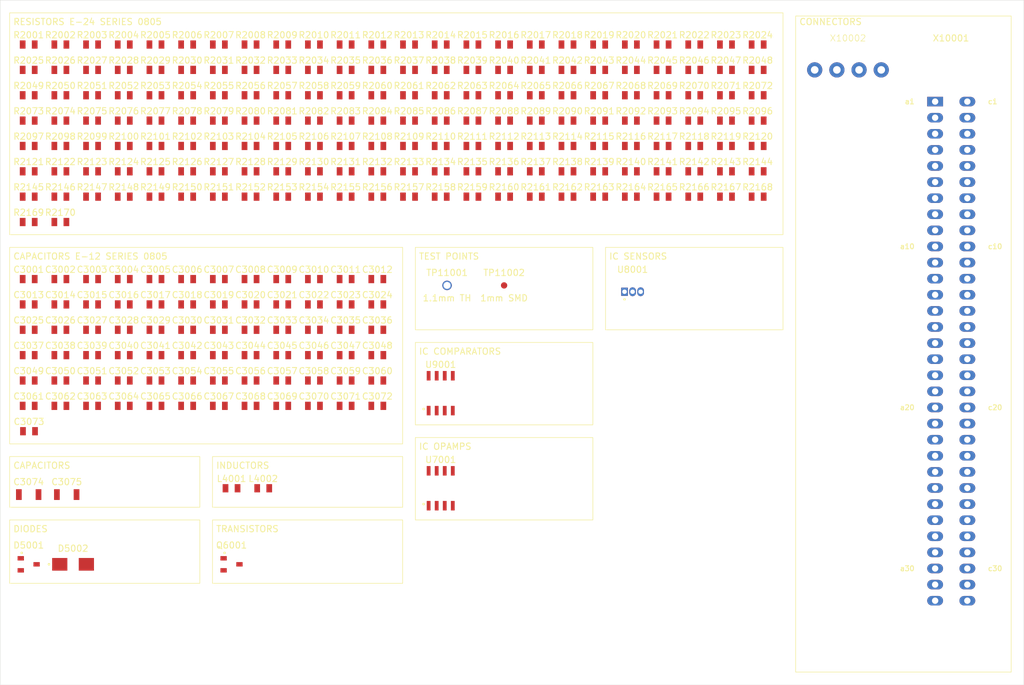
<source format=kicad_pcb>
(kicad_pcb (version 20240108) (generator "pcbnew") (generator_version "8.0")
  (title_block (title "KiCad library test") (date "2024-05-03") (rev "1") (company "LilyTronics"))
  (layers (0 "F.Cu" signal) (31 "B.Cu" signal) (34 "B.Paste" user) (35 "F.Paste" user) (36 "B.SilkS" user "B.Silkscreen") (37 "F.SilkS" user "F.Silkscreen") (38 "B.Mask" user) (39 "F.Mask" user) (44 "Edge.Cuts" user))
  (net 0 "")
  (footprint "lily_footprints:res_0805" (layer "F.Cu") (at 120 31)
    (property "Reference" "R2044" (at 0 -1.5 0) (layer "F.SilkS"))
    (property "Value" "62R" (hide yes))
    (pad "1" smd rect (at -0.95 0) (size 0.9 1.3) (layers "F.Cu" "F.Paste" "F.Mask"))
    (pad "2" smd rect (at 0.95 0) (size 0.9 1.3) (layers "F.Cu" "F.Paste" "F.Mask"))
  )
  (footprint "lily_footprints:cap_0805" (layer "F.Cu") (at 35 68)
    (property "Reference" "C3015" (at 0 -1.5 0) (layer "F.SilkS"))
    (property "Value" "15p" (hide yes))
    (pad "1" smd rect (at -0.95 0) (size 0.9 1.3) (layers "F.Cu" "F.Paste" "F.Mask"))
    (pad "2" smd rect (at 0.95 0) (size 0.9 1.3) (layers "F.Cu" "F.Paste" "F.Mask"))
  )
  (footprint "lily_footprints:cap_0805" (layer "F.Cu") (at 70 72)
    (property "Reference" "C3034" (at 0 -1.5 0) (layer "F.SilkS"))
    (property "Value" "560p" (hide yes))
    (pad "1" smd rect (at -0.95 0) (size 0.9 1.3) (layers "F.Cu" "F.Paste" "F.Mask"))
    (pad "2" smd rect (at 0.95 0) (size 0.9 1.3) (layers "F.Cu" "F.Paste" "F.Mask"))
  )
  (footprint "lily_footprints:res_0805" (layer "F.Cu") (at 140 39)
    (property "Reference" "R2096" (at 0 -1.5 0) (layer "F.SilkS"))
    (property "Value" "9k1" (hide yes))
    (pad "1" smd rect (at -0.95 0) (size 0.9 1.3) (layers "F.Cu" "F.Paste" "F.Mask"))
    (pad "2" smd rect (at 0.95 0) (size 0.9 1.3) (layers "F.Cu" "F.Paste" "F.Mask"))
  )
  (footprint "lily_footprints:res_0805" (layer "F.Cu") (at 85 27)
    (property "Reference" "R2013" (at 0 -1.5 0) (layer "F.SilkS"))
    (property "Value" "3R3" (hide yes))
    (pad "1" smd rect (at -0.95 0) (size 0.9 1.3) (layers "F.Cu" "F.Paste" "F.Mask"))
    (pad "2" smd rect (at 0.95 0) (size 0.9 1.3) (layers "F.Cu" "F.Paste" "F.Mask"))
  )
  (footprint "lily_footprints:res_0805" (layer "F.Cu") (at 25 31)
    (property "Reference" "R2025" (at 0 -1.5 0) (layer "F.SilkS"))
    (property "Value" "10R" (hide yes))
    (pad "1" smd rect (at -0.95 0) (size 0.9 1.3) (layers "F.Cu" "F.Paste" "F.Mask"))
    (pad "2" smd rect (at 0.95 0) (size 0.9 1.3) (layers "F.Cu" "F.Paste" "F.Mask"))
  )
  (footprint "lily_footprints:res_0805_dnp" (layer "F.Cu") (at 30 55)
    (property "Reference" "R2170" (at 0 -1.5 0) (layer "F.SilkS"))
    (property "Value" "dnp" (hide yes))
    (pad "1" smd rect (at -0.95 0) (size 0.9 1.3) (layers "F.Cu" "F.Paste" "F.Mask"))
    (pad "2" smd rect (at 0.95 0) (size 0.9 1.3) (layers "F.Cu" "F.Paste" "F.Mask"))
  )
  (footprint "lily_footprints:cap_0805" (layer "F.Cu") (at 50 80)
    (property "Reference" "C3054" (at 0 -1.5 0) (layer "F.SilkS"))
    (property "Value" "27n" (hide yes))
    (pad "1" smd rect (at -0.95 0) (size 0.9 1.3) (layers "F.Cu" "F.Paste" "F.Mask"))
    (pad "2" smd rect (at 0.95 0) (size 0.9 1.3) (layers "F.Cu" "F.Paste" "F.Mask"))
  )
  (footprint "lily_footprints:res_0805" (layer "F.Cu") (at 115 43)
    (property "Reference" "R2115" (at 0 -1.5 0) (layer "F.SilkS"))
    (property "Value" "56k" (hide yes))
    (pad "1" smd rect (at -0.95 0) (size 0.9 1.3) (layers "F.Cu" "F.Paste" "F.Mask"))
    (pad "2" smd rect (at 0.95 0) (size 0.9 1.3) (layers "F.Cu" "F.Paste" "F.Mask"))
  )
  (footprint "lily_footprints:res_0805" (layer "F.Cu") (at 50 31)
    (property "Reference" "R2030" (at 0 -1.5 0) (layer "F.SilkS"))
    (property "Value" "16R" (hide yes))
    (pad "1" smd rect (at -0.95 0) (size 0.9 1.3) (layers "F.Cu" "F.Paste" "F.Mask"))
    (pad "2" smd rect (at 0.95 0) (size 0.9 1.3) (layers "F.Cu" "F.Paste" "F.Mask"))
  )
  (footprint "lily_footprints:cap_0805" (layer "F.Cu") (at 50 76)
    (property "Reference" "C3042" (at 0 -1.5 0) (layer "F.SilkS"))
    (property "Value" "2n7" (hide yes))
    (pad "1" smd rect (at -0.95 0) (size 0.9 1.3) (layers "F.Cu" "F.Paste" "F.Mask"))
    (pad "2" smd rect (at 0.95 0) (size 0.9 1.3) (layers "F.Cu" "F.Paste" "F.Mask"))
  )
  (footprint "lily_footprints:res_0805" (layer "F.Cu") (at 125 31)
    (property "Reference" "R2045" (at 0 -1.5 0) (layer "F.SilkS"))
    (property "Value" "68R" (hide yes))
    (pad "1" smd rect (at -0.95 0) (size 0.9 1.3) (layers "F.Cu" "F.Paste" "F.Mask"))
    (pad "2" smd rect (at 0.95 0) (size 0.9 1.3) (layers "F.Cu" "F.Paste" "F.Mask"))
  )
  (footprint "lily_footprints:res_0805" (layer "F.Cu") (at 95 35)
    (property "Reference" "R2063" (at 0 -1.5 0) (layer "F.SilkS"))
    (property "Value" "390R" (hide yes))
    (pad "1" smd rect (at -0.95 0) (size 0.9 1.3) (layers "F.Cu" "F.Paste" "F.Mask"))
    (pad "2" smd rect (at 0.95 0) (size 0.9 1.3) (layers "F.Cu" "F.Paste" "F.Mask"))
  )
  (footprint "lily_footprints:sot23" (layer "F.Cu") (at 25 109)
    (property "Reference" "D5001" (at 0 -3 0) (layer "F.SilkS"))
    (property "Value" "15V" (hide yes))
    (pad "1" smd rect (at -1.25 -0.95 270) (size 0.7 1) (layers "F.Cu" "F.Paste" "F.Mask"))
    (pad "2" smd rect (at -1.25 0.95 270) (size 0.7 1) (layers "F.Cu" "F.Paste" "F.Mask"))
    (pad "3" smd rect (at 1.25 0 270) (size 0.7 1) (layers "F.Cu" "F.Paste" "F.Mask"))
  )
  (footprint "lily_footprints:cap_0805" (layer "F.Cu") (at 40 68)
    (property "Reference" "C3016" (at 0 -1.5 0) (layer "F.SilkS"))
    (property "Value" "18p" (hide yes))
    (pad "1" smd rect (at -0.95 0) (size 0.9 1.3) (layers "F.Cu" "F.Paste" "F.Mask"))
    (pad "2" smd rect (at 0.95 0) (size 0.9 1.3) (layers "F.Cu" "F.Paste" "F.Mask"))
  )
  (footprint "lily_footprints:cap_0805" (layer "F.Cu") (at 55 84)
    (property "Reference" "C3067" (at 0 -1.5 0) (layer "F.SilkS"))
    (property "Value" "330n" (hide yes))
    (pad "1" smd rect (at -0.95 0) (size 0.9 1.3) (layers "F.Cu" "F.Paste" "F.Mask"))
    (pad "2" smd rect (at 0.95 0) (size 0.9 1.3) (layers "F.Cu" "F.Paste" "F.Mask"))
  )
  (footprint "lily_footprints:res_0805" (layer "F.Cu") (at 55 51)
    (property "Reference" "R2151" (at 0 -1.5 0) (layer "F.SilkS"))
    (property "Value" "1M8" (hide yes))
    (pad "1" smd rect (at -0.95 0) (size 0.9 1.3) (layers "F.Cu" "F.Paste" "F.Mask"))
    (pad "2" smd rect (at 0.95 0) (size 0.9 1.3) (layers "F.Cu" "F.Paste" "F.Mask"))
  )
  (footprint "lily_footprints:cap_0805" (layer "F.Cu") (at 80 84)
    (property "Reference" "C3072" (at 0 -1.5 0) (layer "F.SilkS"))
    (property "Value" "820n" (hide yes))
    (pad "1" smd rect (at -0.95 0) (size 0.9 1.3) (layers "F.Cu" "F.Paste" "F.Mask"))
    (pad "2" smd rect (at 0.95 0) (size 0.9 1.3) (layers "F.Cu" "F.Paste" "F.Mask"))
  )
  (footprint "lily_footprints:cap_0805" (layer "F.Cu") (at 75 64)
    (property "Reference" "C3011" (at 0 -1.5 0) (layer "F.SilkS"))
    (property "Value" "6p8" (hide yes))
    (pad "1" smd rect (at -0.95 0) (size 0.9 1.3) (layers "F.Cu" "F.Paste" "F.Mask"))
    (pad "2" smd rect (at 0.95 0) (size 0.9 1.3) (layers "F.Cu" "F.Paste" "F.Mask"))
  )
  (footprint "lily_footprints:res_0805" (layer "F.Cu") (at 125 35)
    (property "Reference" "R2069" (at 0 -1.5 0) (layer "F.SilkS"))
    (property "Value" "680R" (hide yes))
    (pad "1" smd rect (at -0.95 0) (size 0.9 1.3) (layers "F.Cu" "F.Paste" "F.Mask"))
    (pad "2" smd rect (at 0.95 0) (size 0.9 1.3) (layers "F.Cu" "F.Paste" "F.Mask"))
  )
  (footprint "lily_footprints:cap_0805" (layer "F.Cu") (at 40 72)
    (property "Reference" "C3028" (at 0 -1.5 0) (layer "F.SilkS"))
    (property "Value" "180p" (hide yes))
    (pad "1" smd rect (at -0.95 0) (size 0.9 1.3) (layers "F.Cu" "F.Paste" "F.Mask"))
    (pad "2" smd rect (at 0.95 0) (size 0.9 1.3) (layers "F.Cu" "F.Paste" "F.Mask"))
  )
  (footprint "lily_footprints:res_0805" (layer "F.Cu") (at 90 27)
    (property "Reference" "R2014" (at 0 -1.5 0) (layer "F.SilkS"))
    (property "Value" "3R6" (hide yes))
    (pad "1" smd rect (at -0.95 0) (size 0.9 1.3) (layers "F.Cu" "F.Paste" "F.Mask"))
    (pad "2" smd rect (at 0.95 0) (size 0.9 1.3) (layers "F.Cu" "F.Paste" "F.Mask"))
  )
  (footprint "lily_footprints:res_0805" (layer "F.Cu") (at 70 51)
    (property "Reference" "R2154" (at 0 -1.5 0) (layer "F.SilkS"))
    (property "Value" "2M4" (hide yes))
    (pad "1" smd rect (at -0.95 0) (size 0.9 1.3) (layers "F.Cu" "F.Paste" "F.Mask"))
    (pad "2" smd rect (at 0.95 0) (size 0.9 1.3) (layers "F.Cu" "F.Paste" "F.Mask"))
  )
  (footprint "lily_footprints:cap_0805" (layer "F.Cu") (at 65 64)
    (property "Reference" "C3009" (at 0 -1.5 0) (layer "F.SilkS"))
    (property "Value" "4p7" (hide yes))
    (pad "1" smd rect (at -0.95 0) (size 0.9 1.3) (layers "F.Cu" "F.Paste" "F.Mask"))
    (pad "2" smd rect (at 0.95 0) (size 0.9 1.3) (layers "F.Cu" "F.Paste" "F.Mask"))
  )
  (footprint "lily_footprints:res_0805" (layer "F.Cu") (at 110 51)
    (property "Reference" "R2162" (at 0 -1.5 0) (layer "F.SilkS"))
    (property "Value" "5M1" (hide yes))
    (pad "1" smd rect (at -0.95 0) (size 0.9 1.3) (layers "F.Cu" "F.Paste" "F.Mask"))
    (pad "2" smd rect (at 0.95 0) (size 0.9 1.3) (layers "F.Cu" "F.Paste" "F.Mask"))
  )
  (footprint "lily_footprints:res_0805" (layer "F.Cu") (at 55 31)
    (property "Reference" "R2031" (at 0 -1.5 0) (layer "F.SilkS"))
    (property "Value" "18R" (hide yes))
    (pad "1" smd rect (at -0.95 0) (size 0.9 1.3) (layers "F.Cu" "F.Paste" "F.Mask"))
    (pad "2" smd rect (at 0.95 0) (size 0.9 1.3) (layers "F.Cu" "F.Paste" "F.Mask"))
  )
  (footprint "lily_footprints:res_0805" (layer "F.Cu") (at 110 43)
    (property "Reference" "R2114" (at 0 -1.5 0) (layer "F.SilkS"))
    (property "Value" "51k" (hide yes))
    (pad "1" smd rect (at -0.95 0) (size 0.9 1.3) (layers "F.Cu" "F.Paste" "F.Mask"))
    (pad "2" smd rect (at 0.95 0) (size 0.9 1.3) (layers "F.Cu" "F.Paste" "F.Mask"))
  )
  (footprint "lily_footprints:res_0805" (layer "F.Cu") (at 95 27)
    (property "Reference" "R2015" (at 0 -1.5 0) (layer "F.SilkS"))
    (property "Value" "3R9" (hide yes))
    (pad "1" smd rect (at -0.95 0) (size 0.9 1.3) (layers "F.Cu" "F.Paste" "F.Mask"))
    (pad "2" smd rect (at 0.95 0) (size 0.9 1.3) (layers "F.Cu" "F.Paste" "F.Mask"))
  )
  (footprint "lily_footprints:cap_0805" (layer "F.Cu") (at 45 80)
    (property "Reference" "C3053" (at 0 -1.5 0) (layer "F.SilkS"))
    (property "Value" "22n" (hide yes))
    (pad "1" smd rect (at -0.95 0) (size 0.9 1.3) (layers "F.Cu" "F.Paste" "F.Mask"))
    (pad "2" smd rect (at 0.95 0) (size 0.9 1.3) (layers "F.Cu" "F.Paste" "F.Mask"))
  )
  (footprint "lily_footprints:res_0805" (layer "F.Cu") (at 95 39)
    (property "Reference" "R2087" (at 0 -1.5 0) (layer "F.SilkS"))
    (property "Value" "3k9" (hide yes))
    (pad "1" smd rect (at -0.95 0) (size 0.9 1.3) (layers "F.Cu" "F.Paste" "F.Mask"))
    (pad "2" smd rect (at 0.95 0) (size 0.9 1.3) (layers "F.Cu" "F.Paste" "F.Mask"))
  )
  (footprint "lily_footprints:res_0805" (layer "F.Cu") (at 80 39)
    (property "Reference" "R2084" (at 0 -1.5 0) (layer "F.SilkS"))
    (property "Value" "3k0" (hide yes))
    (pad "1" smd rect (at -0.95 0) (size 0.9 1.3) (layers "F.Cu" "F.Paste" "F.Mask"))
    (pad "2" smd rect (at 0.95 0) (size 0.9 1.3) (layers "F.Cu" "F.Paste" "F.Mask"))
  )
  (footprint "lily_footprints:cap_0805" (layer "F.Cu") (at 70 76)
    (property "Reference" "C3046" (at 0 -1.5 0) (layer "F.SilkS"))
    (property "Value" "5n6" (hide yes))
    (pad "1" smd rect (at -0.95 0) (size 0.9 1.3) (layers "F.Cu" "F.Paste" "F.Mask"))
    (pad "2" smd rect (at 0.95 0) (size 0.9 1.3) (layers "F.Cu" "F.Paste" "F.Mask"))
  )
  (footprint "lily_footprints:cap_0805" (layer "F.Cu") (at 30 76)
    (property "Reference" "C3038" (at 0 -1.5 0) (layer "F.SilkS"))
    (property "Value" "1n2" (hide yes))
    (pad "1" smd rect (at -0.95 0) (size 0.9 1.3) (layers "F.Cu" "F.Paste" "F.Mask"))
    (pad "2" smd rect (at 0.95 0) (size 0.9 1.3) (layers "F.Cu" "F.Paste" "F.Mask"))
  )
  (footprint "lily_footprints:res_0805" (layer "F.Cu") (at 60 31)
    (property "Reference" "R2032" (at 0 -1.5 0) (layer "F.SilkS"))
    (property "Value" "20R" (hide yes))
    (pad "1" smd rect (at -0.95 0) (size 0.9 1.3) (layers "F.Cu" "F.Paste" "F.Mask"))
    (pad "2" smd rect (at 0.95 0) (size 0.9 1.3) (layers "F.Cu" "F.Paste" "F.Mask"))
  )
  (footprint "lily_footprints:cap_0805" (layer "F.Cu") (at 80 80)
    (property "Reference" "C3060" (at 0 -1.5 0) (layer "F.SilkS"))
    (property "Value" "82n" (hide yes))
    (pad "1" smd rect (at -0.95 0) (size 0.9 1.3) (layers "F.Cu" "F.Paste" "F.Mask"))
    (pad "2" smd rect (at 0.95 0) (size 0.9 1.3) (layers "F.Cu" "F.Paste" "F.Mask"))
  )
  (footprint "lily_footprints:cap_0805" (layer "F.Cu") (at 60 72)
    (property "Reference" "C3032" (at 0 -1.5 0) (layer "F.SilkS"))
    (property "Value" "390p" (hide yes))
    (pad "1" smd rect (at -0.95 0) (size 0.9 1.3) (layers "F.Cu" "F.Paste" "F.Mask"))
    (pad "2" smd rect (at 0.95 0) (size 0.9 1.3) (layers "F.Cu" "F.Paste" "F.Mask"))
  )
  (footprint "lily_footprints:res_0805" (layer "F.Cu") (at 130 35)
    (property "Reference" "R2070" (at 0 -1.5 0) (layer "F.SilkS"))
    (property "Value" "750R" (hide yes))
    (pad "1" smd rect (at -0.95 0) (size 0.9 1.3) (layers "F.Cu" "F.Paste" "F.Mask"))
    (pad "2" smd rect (at 0.95 0) (size 0.9 1.3) (layers "F.Cu" "F.Paste" "F.Mask"))
  )
  (footprint "lily_footprints:res_0805" (layer "F.Cu") (at 130 51)
    (property "Reference" "R2166" (at 0 -1.5 0) (layer "F.SilkS"))
    (property "Value" "7M5" (hide yes))
    (pad "1" smd rect (at -0.95 0) (size 0.9 1.3) (layers "F.Cu" "F.Paste" "F.Mask"))
    (pad "2" smd rect (at 0.95 0) (size 0.9 1.3) (layers "F.Cu" "F.Paste" "F.Mask"))
  )
  (footprint "lily_footprints:res_0805" (layer "F.Cu") (at 30 47)
    (property "Reference" "R2122" (at 0 -1.5 0) (layer "F.SilkS"))
    (property "Value" "110k" (hide yes))
    (pad "1" smd rect (at -0.95 0) (size 0.9 1.3) (layers "F.Cu" "F.Paste" "F.Mask"))
    (pad "2" smd rect (at 0.95 0) (size 0.9 1.3) (layers "F.Cu" "F.Paste" "F.Mask"))
  )
  (footprint "lily_footprints:cap_0805" (layer "F.Cu") (at 70 84)
    (property "Reference" "C3070" (at 0 -1.5 0) (layer "F.SilkS"))
    (property "Value" "560n" (hide yes))
    (pad "1" smd rect (at -0.95 0) (size 0.9 1.3) (layers "F.Cu" "F.Paste" "F.Mask"))
    (pad "2" smd rect (at 0.95 0) (size 0.9 1.3) (layers "F.Cu" "F.Paste" "F.Mask"))
  )
  (footprint "lily_footprints:test_point_1.1mm_th" (layer "F.Cu") (at 91 65)
    (property "Reference" "TP11001" (at 0 -2 0) (layer "F.SilkS"))
    (property "Value" "1.1mm TH" (at 0 2 0) (layer "F.SilkS"))
    (pad "1" thru_hole circle (at 0 0) (size 1.5 1.5) (drill 1.1) (layers "*.Cu" "*.Mask"))
  )
  (footprint "lily_footprints:cap_0805" (layer "F.Cu") (at 75 76)
    (property "Reference" "C3047" (at 0 -1.5 0) (layer "F.SilkS"))
    (property "Value" "6n8" (hide yes))
    (pad "1" smd rect (at -0.95 0) (size 0.9 1.3) (layers "F.Cu" "F.Paste" "F.Mask"))
    (pad "2" smd rect (at 0.95 0) (size 0.9 1.3) (layers "F.Cu" "F.Paste" "F.Mask"))
  )
  (footprint "lily_footprints:res_0805" (layer "F.Cu") (at 120 35)
    (property "Reference" "R2068" (at 0 -1.5 0) (layer "F.SilkS"))
    (property "Value" "620R" (hide yes))
    (pad "1" smd rect (at -0.95 0) (size 0.9 1.3) (layers "F.Cu" "F.Paste" "F.Mask"))
    (pad "2" smd rect (at 0.95 0) (size 0.9 1.3) (layers "F.Cu" "F.Paste" "F.Mask"))
  )
  (footprint "lily_footprints:res_0805" (layer "F.Cu") (at 120 39)
    (property "Reference" "R2092" (at 0 -1.5 0) (layer "F.SilkS"))
    (property "Value" "6k2" (hide yes))
    (pad "1" smd rect (at -0.95 0) (size 0.9 1.3) (layers "F.Cu" "F.Paste" "F.Mask"))
    (pad "2" smd rect (at 0.95 0) (size 0.9 1.3) (layers "F.Cu" "F.Paste" "F.Mask"))
  )
  (footprint "lily_footprints:cap_0805" (layer "F.Cu") (at 30 80)
    (property "Reference" "C3050" (at 0 -1.5 0) (layer "F.SilkS"))
    (property "Value" "12n" (hide yes))
    (pad "1" smd rect (at -0.95 0) (size 0.9 1.3) (layers "F.Cu" "F.Paste" "F.Mask"))
    (pad "2" smd rect (at 0.95 0) (size 0.9 1.3) (layers "F.Cu" "F.Paste" "F.Mask"))
  )
  (footprint "lily_footprints:res_0805" (layer "F.Cu") (at 45 35)
    (property "Reference" "R2053" (at 0 -1.5 0) (layer "F.SilkS"))
    (property "Value" "150R" (hide yes))
    (pad "1" smd rect (at -0.95 0) (size 0.9 1.3) (layers "F.Cu" "F.Paste" "F.Mask"))
    (pad "2" smd rect (at 0.95 0) (size 0.9 1.3) (layers "F.Cu" "F.Paste" "F.Mask"))
  )
  (footprint "lily_footprints:res_0805" (layer "F.Cu") (at 85 31)
    (property "Reference" "R2037" (at 0 -1.5 0) (layer "F.SilkS"))
    (property "Value" "33R" (hide yes))
    (pad "1" smd rect (at -0.95 0) (size 0.9 1.3) (layers "F.Cu" "F.Paste" "F.Mask"))
    (pad "2" smd rect (at 0.95 0) (size 0.9 1.3) (layers "F.Cu" "F.Paste" "F.Mask"))
  )
  (footprint "lily_footprints:res_0805" (layer "F.Cu") (at 75 39)
    (property "Reference" "R2083" (at 0 -1.5 0) (layer "F.SilkS"))
    (property "Value" "2k7" (hide yes))
    (pad "1" smd rect (at -0.95 0) (size 0.9 1.3) (layers "F.Cu" "F.Paste" "F.Mask"))
    (pad "2" smd rect (at 0.95 0) (size 0.9 1.3) (layers "F.Cu" "F.Paste" "F.Mask"))
  )
  (footprint "lily_footprints:res_0805" (layer "F.Cu") (at 25 35)
    (property "Reference" "R2049" (at 0 -1.5 0) (layer "F.SilkS"))
    (property "Value" "100R" (hide yes))
    (pad "1" smd rect (at -0.95 0) (size 0.9 1.3) (layers "F.Cu" "F.Paste" "F.Mask"))
    (pad "2" smd rect (at 0.95 0) (size 0.9 1.3) (layers "F.Cu" "F.Paste" "F.Mask"))
  )
  (footprint "lily_footprints:res_0805" (layer "F.Cu") (at 130 47)
    (property "Reference" "R2142" (at 0 -1.5 0) (layer "F.SilkS"))
    (property "Value" "750k" (hide yes))
    (pad "1" smd rect (at -0.95 0) (size 0.9 1.3) (layers "F.Cu" "F.Paste" "F.Mask"))
    (pad "2" smd rect (at 0.95 0) (size 0.9 1.3) (layers "F.Cu" "F.Paste" "F.Mask"))
  )
  (footprint "lily_footprints:cap_0805" (layer "F.Cu") (at 75 72)
    (property "Reference" "C3035" (at 0 -1.5 0) (layer "F.SilkS"))
    (property "Value" "680p" (hide yes))
    (pad "1" smd rect (at -0.95 0) (size 0.9 1.3) (layers "F.Cu" "F.Paste" "F.Mask"))
    (pad "2" smd rect (at 0.95 0) (size 0.9 1.3) (layers "F.Cu" "F.Paste" "F.Mask"))
  )
  (footprint "lily_footprints:res_0805" (layer "F.Cu") (at 100 51)
    (property "Reference" "R2160" (at 0 -1.5 0) (layer "F.SilkS"))
    (property "Value" "4M3" (hide yes))
    (pad "1" smd rect (at -0.95 0) (size 0.9 1.3) (layers "F.Cu" "F.Paste" "F.Mask"))
    (pad "2" smd rect (at 0.95 0) (size 0.9 1.3) (layers "F.Cu" "F.Paste" "F.Mask"))
  )
  (footprint "lily_footprints:res_0805" (layer "F.Cu") (at 100 31)
    (property "Reference" "R2040" (at 0 -1.5 0) (layer "F.SilkS"))
    (property "Value" "43R" (hide yes))
    (pad "1" smd rect (at -0.95 0) (size 0.9 1.3) (layers "F.Cu" "F.Paste" "F.Mask"))
    (pad "2" smd rect (at 0.95 0) (size 0.9 1.3) (layers "F.Cu" "F.Paste" "F.Mask"))
  )
  (footprint "lily_footprints:cap_0805" (layer "F.Cu") (at 25 72)
    (property "Reference" "C3025" (at 0 -1.5 0) (layer "F.SilkS"))
    (property "Value" "100p" (hide yes))
    (pad "1" smd rect (at -0.95 0) (size 0.9 1.3) (layers "F.Cu" "F.Paste" "F.Mask"))
    (pad "2" smd rect (at 0.95 0) (size 0.9 1.3) (layers "F.Cu" "F.Paste" "F.Mask"))
  )
  (footprint "lily_footprints:res_0805" (layer "F.Cu") (at 25 55)
    (property "Reference" "R2169" (at 0 -1.5 0) (layer "F.SilkS"))
    (property "Value" "0R" (hide yes))
    (pad "1" smd rect (at -0.95 0) (size 0.9 1.3) (layers "F.Cu" "F.Paste" "F.Mask"))
    (pad "2" smd rect (at 0.95 0) (size 0.9 1.3) (layers "F.Cu" "F.Paste" "F.Mask"))
  )
  (footprint "lily_footprints:res_0805" (layer "F.Cu") (at 125 47)
    (property "Reference" "R2141" (at 0 -1.5 0) (layer "F.SilkS"))
    (property "Value" "680k" (hide yes))
    (pad "1" smd rect (at -0.95 0) (size 0.9 1.3) (layers "F.Cu" "F.Paste" "F.Mask"))
    (pad "2" smd rect (at 0.95 0) (size 0.9 1.3) (layers "F.Cu" "F.Paste" "F.Mask"))
  )
  (footprint "lily_footprints:cap_0805" (layer "F.Cu") (at 75 84)
    (property "Reference" "C3071" (at 0 -1.5 0) (layer "F.SilkS"))
    (property "Value" "680n" (hide yes))
    (pad "1" smd rect (at -0.95 0) (size 0.9 1.3) (layers "F.Cu" "F.Paste" "F.Mask"))
    (pad "2" smd rect (at 0.95 0) (size 0.9 1.3) (layers "F.Cu" "F.Paste" "F.Mask"))
  )
  (footprint "lily_footprints:cap_0805" (layer "F.Cu") (at 30 64)
    (property "Reference" "C3002" (at 0 -1.5 0) (layer "F.SilkS"))
    (property "Value" "1p2" (hide yes))
    (pad "1" smd rect (at -0.95 0) (size 0.9 1.3) (layers "F.Cu" "F.Paste" "F.Mask"))
    (pad "2" smd rect (at 0.95 0) (size 0.9 1.3) (layers "F.Cu" "F.Paste" "F.Mask"))
  )
  (footprint "lily_footprints:res_0805" (layer "F.Cu") (at 40 39)
    (property "Reference" "R2076" (at 0 -1.5 0) (layer "F.SilkS"))
    (property "Value" "1k3" (hide yes))
    (pad "1" smd rect (at -0.95 0) (size 0.9 1.3) (layers "F.Cu" "F.Paste" "F.Mask"))
    (pad "2" smd rect (at 0.95 0) (size 0.9 1.3) (layers "F.Cu" "F.Paste" "F.Mask"))
  )
  (footprint "lily_footprints:cap_0805" (layer "F.Cu") (at 45 68)
    (property "Reference" "C3017" (at 0 -1.5 0) (layer "F.SilkS"))
    (property "Value" "22p" (hide yes))
    (pad "1" smd rect (at -0.95 0) (size 0.9 1.3) (layers "F.Cu" "F.Paste" "F.Mask"))
    (pad "2" smd rect (at 0.95 0) (size 0.9 1.3) (layers "F.Cu" "F.Paste" "F.Mask"))
  )
  (footprint "lily_footprints:res_0805" (layer "F.Cu") (at 90 35)
    (property "Reference" "R2062" (at 0 -1.5 0) (layer "F.SilkS"))
    (property "Value" "360R" (hide yes))
    (pad "1" smd rect (at -0.95 0) (size 0.9 1.3) (layers "F.Cu" "F.Paste" "F.Mask"))
    (pad "2" smd rect (at 0.95 0) (size 0.9 1.3) (layers "F.Cu" "F.Paste" "F.Mask"))
  )
  (footprint "lily_footprints:cap_0805" (layer "F.Cu") (at 40 84)
    (property "Reference" "C3064" (at 0 -1.5 0) (layer "F.SilkS"))
    (property "Value" "180n" (hide yes))
    (pad "1" smd rect (at -0.95 0) (size 0.9 1.3) (layers "F.Cu" "F.Paste" "F.Mask"))
    (pad "2" smd rect (at 0.95 0) (size 0.9 1.3) (layers "F.Cu" "F.Paste" "F.Mask"))
  )
  (footprint "lily_footprints:res_0805" (layer "F.Cu") (at 35 27)
    (property "Reference" "R2003" (at 0 -1.5 0) (layer "F.SilkS"))
    (property "Value" "1R2" (hide yes))
    (pad "1" smd rect (at -0.95 0) (size 0.9 1.3) (layers "F.Cu" "F.Paste" "F.Mask"))
    (pad "2" smd rect (at 0.95 0) (size 0.9 1.3) (layers "F.Cu" "F.Paste" "F.Mask"))
  )
  (footprint "lily_footprints:res_0805" (layer "F.Cu") (at 95 43)
    (property "Reference" "R2111" (at 0 -1.5 0) (layer "F.SilkS"))
    (property "Value" "39k" (hide yes))
    (pad "1" smd rect (at -0.95 0) (size 0.9 1.3) (layers "F.Cu" "F.Paste" "F.Mask"))
    (pad "2" smd rect (at 0.95 0) (size 0.9 1.3) (layers "F.Cu" "F.Paste" "F.Mask"))
  )
  (footprint "lily_footprints:res_0805" (layer "F.Cu") (at 30 51)
    (property "Reference" "R2146" (at 0 -1.5 0) (layer "F.SilkS"))
    (property "Value" "1M1" (hide yes))
    (pad "1" smd rect (at -0.95 0) (size 0.9 1.3) (layers "F.Cu" "F.Paste" "F.Mask"))
    (pad "2" smd rect (at 0.95 0) (size 0.9 1.3) (layers "F.Cu" "F.Paste" "F.Mask"))
  )
  (footprint "lily_footprints:res_0805" (layer "F.Cu") (at 90 43)
    (property "Reference" "R2110" (at 0 -1.5 0) (layer "F.SilkS"))
    (property "Value" "36k" (hide yes))
    (pad "1" smd rect (at -0.95 0) (size 0.9 1.3) (layers "F.Cu" "F.Paste" "F.Mask"))
    (pad "2" smd rect (at 0.95 0) (size 0.9 1.3) (layers "F.Cu" "F.Paste" "F.Mask"))
  )
  (footprint "lily_footprints:cap_0805" (layer "F.Cu") (at 60 80)
    (property "Reference" "C3056" (at 0 -1.5 0) (layer "F.SilkS"))
    (property "Value" "39n" (hide yes))
    (pad "1" smd rect (at -0.95 0) (size 0.9 1.3) (layers "F.Cu" "F.Paste" "F.Mask"))
    (pad "2" smd rect (at 0.95 0) (size 0.9 1.3) (layers "F.Cu" "F.Paste" "F.Mask"))
  )
  (footprint "lily_footprints:cap_0805" (layer "F.Cu") (at 55 80)
    (property "Reference" "C3055" (at 0 -1.5 0) (layer "F.SilkS"))
    (property "Value" "33n" (hide yes))
    (pad "1" smd rect (at -0.95 0) (size 0.9 1.3) (layers "F.Cu" "F.Paste" "F.Mask"))
    (pad "2" smd rect (at 0.95 0) (size 0.9 1.3) (layers "F.Cu" "F.Paste" "F.Mask"))
  )
  (footprint "lily_footprints:cap_0805" (layer "F.Cu") (at 50 72)
    (property "Reference" "C3030" (at 0 -1.5 0) (layer "F.SilkS"))
    (property "Value" "270p" (hide yes))
    (pad "1" smd rect (at -0.95 0) (size 0.9 1.3) (layers "F.Cu" "F.Paste" "F.Mask"))
    (pad "2" smd rect (at 0.95 0) (size 0.9 1.3) (layers "F.Cu" "F.Paste" "F.Mask"))
  )
  (footprint "lily_footprints:res_0805" (layer "F.Cu") (at 105 31)
    (property "Reference" "R2041" (at 0 -1.5 0) (layer "F.SilkS"))
    (property "Value" "47R" (hide yes))
    (pad "1" smd rect (at -0.95 0) (size 0.9 1.3) (layers "F.Cu" "F.Paste" "F.Mask"))
    (pad "2" smd rect (at 0.95 0) (size 0.9 1.3) (layers "F.Cu" "F.Paste" "F.Mask"))
  )
  (footprint "lily_footprints:cap_0805" (layer "F.Cu") (at 45 72)
    (property "Reference" "C3029" (at 0 -1.5 0) (layer "F.SilkS"))
    (property "Value" "220p" (hide yes))
    (pad "1" smd rect (at -0.95 0) (size 0.9 1.3) (layers "F.Cu" "F.Paste" "F.Mask"))
    (pad "2" smd rect (at 0.95 0) (size 0.9 1.3) (layers "F.Cu" "F.Paste" "F.Mask"))
  )
  (footprint "lily_footprints:test_point_1mm" (layer "F.Cu") (at 100 65)
    (property "Reference" "TP11002" (at 0 -2 0) (layer "F.SilkS"))
    (property "Value" "1mm SMD" (at 0 2 0) (layer "F.SilkS"))
    (pad "1" smd circle (at 0 0) (size 1 1) (layers "F.Cu" "F.Mask"))
  )
  (footprint "lily_footprints:res_0805" (layer "F.Cu") (at 50 47)
    (property "Reference" "R2126" (at 0 -1.5 0) (layer "F.SilkS"))
    (property "Value" "160k" (hide yes))
    (pad "1" smd rect (at -0.95 0) (size 0.9 1.3) (layers "F.Cu" "F.Paste" "F.Mask"))
    (pad "2" smd rect (at 0.95 0) (size 0.9 1.3) (layers "F.Cu" "F.Paste" "F.Mask"))
  )
  (footprint "lily_footprints:res_0805" (layer "F.Cu") (at 130 27)
    (property "Reference" "R2022" (at 0 -1.5 0) (layer "F.SilkS"))
    (property "Value" "7R5" (hide yes))
    (pad "1" smd rect (at -0.95 0) (size 0.9 1.3) (layers "F.Cu" "F.Paste" "F.Mask"))
    (pad "2" smd rect (at 0.95 0) (size 0.9 1.3) (layers "F.Cu" "F.Paste" "F.Mask"))
  )
  (footprint "lily_footprints:cap_0805" (layer "F.Cu") (at 60 64)
    (property "Reference" "C3008" (at 0 -1.5 0) (layer "F.SilkS"))
    (property "Value" "3p9" (hide yes))
    (pad "1" smd rect (at -0.95 0) (size 0.9 1.3) (layers "F.Cu" "F.Paste" "F.Mask"))
    (pad "2" smd rect (at 0.95 0) (size 0.9 1.3) (layers "F.Cu" "F.Paste" "F.Mask"))
  )
  (footprint "lily_footprints:res_0805" (layer "F.Cu") (at 30 27)
    (property "Reference" "R2002" (at 0 -1.5 0) (layer "F.SilkS"))
    (property "Value" "1R1" (hide yes))
    (pad "1" smd rect (at -0.95 0) (size 0.9 1.3) (layers "F.Cu" "F.Paste" "F.Mask"))
    (pad "2" smd rect (at 0.95 0) (size 0.9 1.3) (layers "F.Cu" "F.Paste" "F.Mask"))
  )
  (footprint "lily_footprints:res_0805" (layer "F.Cu") (at 45 47)
    (property "Reference" "R2125" (at 0 -1.5 0) (layer "F.SilkS"))
    (property "Value" "150k" (hide yes))
    (pad "1" smd rect (at -0.95 0) (size 0.9 1.3) (layers "F.Cu" "F.Paste" "F.Mask"))
    (pad "2" smd rect (at 0.95 0) (size 0.9 1.3) (layers "F.Cu" "F.Paste" "F.Mask"))
  )
  (footprint "lily_footprints:res_0805" (layer "F.Cu") (at 60 39)
    (property "Reference" "R2080" (at 0 -1.5 0) (layer "F.SilkS"))
    (property "Value" "2k0" (hide yes))
    (pad "1" smd rect (at -0.95 0) (size 0.9 1.3) (layers "F.Cu" "F.Paste" "F.Mask"))
    (pad "2" smd rect (at 0.95 0) (size 0.9 1.3) (layers "F.Cu" "F.Paste" "F.Mask"))
  )
  (footprint "lily_footprints:cap_0805" (layer "F.Cu") (at 60 76)
    (property "Reference" "C3044" (at 0 -1.5 0) (layer "F.SilkS"))
    (property "Value" "3n9" (hide yes))
    (pad "1" smd rect (at -0.95 0) (size 0.9 1.3) (layers "F.Cu" "F.Paste" "F.Mask"))
    (pad "2" smd rect (at 0.95 0) (size 0.9 1.3) (layers "F.Cu" "F.Paste" "F.Mask"))
  )
  (footprint "lily_footprints:res_0805" (layer "F.Cu") (at 105 51)
    (property "Reference" "R2161" (at 0 -1.5 0) (layer "F.SilkS"))
    (property "Value" "4M7" (hide yes))
    (pad "1" smd rect (at -0.95 0) (size 0.9 1.3) (layers "F.Cu" "F.Paste" "F.Mask"))
    (pad "2" smd rect (at 0.95 0) (size 0.9 1.3) (layers "F.Cu" "F.Paste" "F.Mask"))
  )
  (footprint "lily_footprints:cap_0805" (layer "F.Cu") (at 80 76)
    (property "Reference" "C3048" (at 0 -1.5 0) (layer "F.SilkS"))
    (property "Value" "8n2" (hide yes))
    (pad "1" smd rect (at -0.95 0) (size 0.9 1.3) (layers "F.Cu" "F.Paste" "F.Mask"))
    (pad "2" smd rect (at 0.95 0) (size 0.9 1.3) (layers "F.Cu" "F.Paste" "F.Mask"))
  )
  (footprint "lily_footprints:res_0805" (layer "F.Cu") (at 65 51)
    (property "Reference" "R2153" (at 0 -1.5 0) (layer "F.SilkS"))
    (property "Value" "2M2" (hide yes))
    (pad "1" smd rect (at -0.95 0) (size 0.9 1.3) (layers "F.Cu" "F.Paste" "F.Mask"))
    (pad "2" smd rect (at 0.95 0) (size 0.9 1.3) (layers "F.Cu" "F.Paste" "F.Mask"))
  )
  (footprint "lily_footprints:res_0805" (layer "F.Cu") (at 25 43)
    (property "Reference" "R2097" (at 0 -1.5 0) (layer "F.SilkS"))
    (property "Value" "10k" (hide yes))
    (pad "1" smd rect (at -0.95 0) (size 0.9 1.3) (layers "F.Cu" "F.Paste" "F.Mask"))
    (pad "2" smd rect (at 0.95 0) (size 0.9 1.3) (layers "F.Cu" "F.Paste" "F.Mask"))
  )
  (footprint "lily_footprints:res_0805" (layer "F.Cu") (at 85 51)
    (property "Reference" "R2157" (at 0 -1.5 0) (layer "F.SilkS"))
    (property "Value" "3M3" (hide yes))
    (pad "1" smd rect (at -0.95 0) (size 0.9 1.3) (layers "F.Cu" "F.Paste" "F.Mask"))
    (pad "2" smd rect (at 0.95 0) (size 0.9 1.3) (layers "F.Cu" "F.Paste" "F.Mask"))
  )
  (footprint "lily_footprints:res_0805" (layer "F.Cu") (at 65 31)
    (property "Reference" "R2033" (at 0 -1.5 0) (layer "F.SilkS"))
    (property "Value" "22R" (hide yes))
    (pad "1" smd rect (at -0.95 0) (size 0.9 1.3) (layers "F.Cu" "F.Paste" "F.Mask"))
    (pad "2" smd rect (at 0.95 0) (size 0.9 1.3) (layers "F.Cu" "F.Paste" "F.Mask"))
  )
  (footprint "lily_footprints:dio_do214ac_sma" (layer "F.Cu") (at 32 109)
    (property "Reference" "D5002" (at 0 -2.5 0) (layer "F.SilkS"))
    (property "Value" "SS14" (hide yes))
    (pad "1" smd rect (at -2.1 0) (size 2.4 2) (layers "F.Cu" "F.Paste" "F.Mask"))
    (pad "2" smd rect (at 2.1 0) (size 2.4 2) (layers "F.Cu" "F.Paste" "F.Mask"))
  )
  (footprint "lily_footprints:res_0805" (layer "F.Cu") (at 55 35)
    (property "Reference" "R2055" (at 0 -1.5 0) (layer "F.SilkS"))
    (property "Value" "180R" (hide yes))
    (pad "1" smd rect (at -0.95 0) (size 0.9 1.3) (layers "F.Cu" "F.Paste" "F.Mask"))
    (pad "2" smd rect (at 0.95 0) (size 0.9 1.3) (layers "F.Cu" "F.Paste" "F.Mask"))
  )
  (footprint "lily_footprints:soic8" (layer "F.Cu") (at 90 82)
    (property "Reference" "U9001" (at 0 -4.5 0) (layer "F.SilkS"))
    (property "Value" "LM393" (hide yes))
    (pad "1" smd rect (at -1.905 2.75) (size 0.6 1.5) (layers "F.Cu" "F.Paste" "F.Mask"))
    (pad "2" smd rect (at -0.635 2.75) (size 0.6 1.5) (layers "F.Cu" "F.Paste" "F.Mask"))
    (pad "3" smd rect (at 0.635 2.75) (size 0.6 1.5) (layers "F.Cu" "F.Paste" "F.Mask"))
    (pad "4" smd rect (at 1.905 2.75) (size 0.6 1.5) (layers "F.Cu" "F.Paste" "F.Mask"))
    (pad "5" smd rect (at 1.905 -2.75) (size 0.6 1.5) (layers "F.Cu" "F.Paste" "F.Mask"))
    (pad "6" smd rect (at 0.635 -2.75) (size 0.6 1.5) (layers "F.Cu" "F.Paste" "F.Mask"))
    (pad "7" smd rect (at -0.635 -2.75) (size 0.6 1.5) (layers "F.Cu" "F.Paste" "F.Mask"))
    (pad "8" smd rect (at -1.905 -2.75) (size 0.6 1.5) (layers "F.Cu" "F.Paste" "F.Mask"))
  )
  (footprint "lily_footprints:res_0805" (layer "F.Cu") (at 50 51)
    (property "Reference" "R2150" (at 0 -1.5 0) (layer "F.SilkS"))
    (property "Value" "1M6" (hide yes))
    (pad "1" smd rect (at -0.95 0) (size 0.9 1.3) (layers "F.Cu" "F.Paste" "F.Mask"))
    (pad "2" smd rect (at 0.95 0) (size 0.9 1.3) (layers "F.Cu" "F.Paste" "F.Mask"))
  )
  (footprint "lily_footprints:res_0805" (layer "F.Cu") (at 120 43)
    (property "Reference" "R2116" (at 0 -1.5 0) (layer "F.SilkS"))
    (property "Value" "62k" (hide yes))
    (pad "1" smd rect (at -0.95 0) (size 0.9 1.3) (layers "F.Cu" "F.Paste" "F.Mask"))
    (pad "2" smd rect (at 0.95 0) (size 0.9 1.3) (layers "F.Cu" "F.Paste" "F.Mask"))
  )
  (footprint "lily_footprints:res_0805" (layer "F.Cu") (at 65 27)
    (property "Reference" "R2009" (at 0 -1.5 0) (layer "F.SilkS"))
    (property "Value" "2R2" (hide yes))
    (pad "1" smd rect (at -0.95 0) (size 0.9 1.3) (layers "F.Cu" "F.Paste" "F.Mask"))
    (pad "2" smd rect (at 0.95 0) (size 0.9 1.3) (layers "F.Cu" "F.Paste" "F.Mask"))
  )
  (footprint "lily_footprints:cap_0805" (layer "F.Cu") (at 65 80)
    (property "Reference" "C3057" (at 0 -1.5 0) (layer "F.SilkS"))
    (property "Value" "47n" (hide yes))
    (pad "1" smd rect (at -0.95 0) (size 0.9 1.3) (layers "F.Cu" "F.Paste" "F.Mask"))
    (pad "2" smd rect (at 0.95 0) (size 0.9 1.3) (layers "F.Cu" "F.Paste" "F.Mask"))
  )
  (footprint "lily_footprints:res_0805" (layer "F.Cu") (at 115 47)
    (property "Reference" "R2139" (at 0 -1.5 0) (layer "F.SilkS"))
    (property "Value" "560k" (hide yes))
    (pad "1" smd rect (at -0.95 0) (size 0.9 1.3) (layers "F.Cu" "F.Paste" "F.Mask"))
    (pad "2" smd rect (at 0.95 0) (size 0.9 1.3) (layers "F.Cu" "F.Paste" "F.Mask"))
  )
  (footprint "lily_footprints:res_0805" (layer "F.Cu") (at 115 35)
    (property "Reference" "R2067" (at 0 -1.5 0) (layer "F.SilkS"))
    (property "Value" "560R" (hide yes))
    (pad "1" smd rect (at -0.95 0) (size 0.9 1.3) (layers "F.Cu" "F.Paste" "F.Mask"))
    (pad "2" smd rect (at 0.95 0) (size 0.9 1.3) (layers "F.Cu" "F.Paste" "F.Mask"))
  )
  (footprint "lily_footprints:cap_0805" (layer "F.Cu") (at 30 68)
    (property "Reference" "C3014" (at 0 -1.5 0) (layer "F.SilkS"))
    (property "Value" "12p" (hide yes))
    (pad "1" smd rect (at -0.95 0) (size 0.9 1.3) (layers "F.Cu" "F.Paste" "F.Mask"))
    (pad "2" smd rect (at 0.95 0) (size 0.9 1.3) (layers "F.Cu" "F.Paste" "F.Mask"))
  )
  (footprint "lily_footprints:cap_0805" (layer "F.Cu") (at 80 68)
    (property "Reference" "C3024" (at 0 -1.5 0) (layer "F.SilkS"))
    (property "Value" "82p" (hide yes))
    (pad "1" smd rect (at -0.95 0) (size 0.9 1.3) (layers "F.Cu" "F.Paste" "F.Mask"))
    (pad "2" smd rect (at 0.95 0) (size 0.9 1.3) (layers "F.Cu" "F.Paste" "F.Mask"))
  )
  (footprint "lily_footprints:res_0805" (layer "F.Cu") (at 25 27)
    (property "Reference" "R2001" (at 0 -1.5 0) (layer "F.SilkS"))
    (property "Value" "1R0" (hide yes))
    (pad "1" smd rect (at -0.95 0) (size 0.9 1.3) (layers "F.Cu" "F.Paste" "F.Mask"))
    (pad "2" smd rect (at 0.95 0) (size 0.9 1.3) (layers "F.Cu" "F.Paste" "F.Mask"))
  )
  (footprint "lily_footprints:res_0805" (layer "F.Cu") (at 130 39)
    (property "Reference" "R2094" (at 0 -1.5 0) (layer "F.SilkS"))
    (property "Value" "7k5" (hide yes))
    (pad "1" smd rect (at -0.95 0) (size 0.9 1.3) (layers "F.Cu" "F.Paste" "F.Mask"))
    (pad "2" smd rect (at 0.95 0) (size 0.9 1.3) (layers "F.Cu" "F.Paste" "F.Mask"))
  )
  (footprint "lily_footprints:cap_1206_dnp" (layer "F.Cu") (at 31 98)
    (property "Reference" "C3075" (at 0 -2 0) (layer "F.SilkS"))
    (property "Value" "dnp" (hide yes))
    (pad "1" smd rect (at -1.55 0) (size 0.9 1.7) (layers "F.Cu" "F.Paste" "F.Mask"))
    (pad "2" smd rect (at 1.55 0) (size 0.9 1.7) (layers "F.Cu" "F.Paste" "F.Mask"))
  )
  (footprint "lily_footprints:res_0805" (layer "F.Cu") (at 40 43)
    (property "Reference" "R2100" (at 0 -1.5 0) (layer "F.SilkS"))
    (property "Value" "13k" (hide yes))
    (pad "1" smd rect (at -0.95 0) (size 0.9 1.3) (layers "F.Cu" "F.Paste" "F.Mask"))
    (pad "2" smd rect (at 0.95 0) (size 0.9 1.3) (layers "F.Cu" "F.Paste" "F.Mask"))
  )
  (footprint "lily_footprints:res_0805" (layer "F.Cu") (at 135 27)
    (property "Reference" "R2023" (at 0 -1.5 0) (layer "F.SilkS"))
    (property "Value" "8R2" (hide yes))
    (pad "1" smd rect (at -0.95 0) (size 0.9 1.3) (layers "F.Cu" "F.Paste" "F.Mask"))
    (pad "2" smd rect (at 0.95 0) (size 0.9 1.3) (layers "F.Cu" "F.Paste" "F.Mask"))
  )
  (footprint "lily_footprints:res_0805" (layer "F.Cu") (at 95 47)
    (property "Reference" "R2135" (at 0 -1.5 0) (layer "F.SilkS"))
    (property "Value" "390k" (hide yes))
    (pad "1" smd rect (at -0.95 0) (size 0.9 1.3) (layers "F.Cu" "F.Paste" "F.Mask"))
    (pad "2" smd rect (at 0.95 0) (size 0.9 1.3) (layers "F.Cu" "F.Paste" "F.Mask"))
  )
  (footprint "lily_footprints:res_0805" (layer "F.Cu") (at 40 51)
    (property "Reference" "R2148" (at 0 -1.5 0) (layer "F.SilkS"))
    (property "Value" "1M3" (hide yes))
    (pad "1" smd rect (at -0.95 0) (size 0.9 1.3) (layers "F.Cu" "F.Paste" "F.Mask"))
    (pad "2" smd rect (at 0.95 0) (size 0.9 1.3) (layers "F.Cu" "F.Paste" "F.Mask"))
  )
  (footprint "lily_footprints:res_0805" (layer "F.Cu") (at 45 43)
    (property "Reference" "R2101" (at 0 -1.5 0) (layer "F.SilkS"))
    (property "Value" "15k" (hide yes))
    (pad "1" smd rect (at -0.95 0) (size 0.9 1.3) (layers "F.Cu" "F.Paste" "F.Mask"))
    (pad "2" smd rect (at 0.95 0) (size 0.9 1.3) (layers "F.Cu" "F.Paste" "F.Mask"))
  )
  (footprint "lily_footprints:cap_0805" (layer "F.Cu") (at 45 76)
    (property "Reference" "C3041" (at 0 -1.5 0) (layer "F.SilkS"))
    (property "Value" "2n2" (hide yes))
    (pad "1" smd rect (at -0.95 0) (size 0.9 1.3) (layers "F.Cu" "F.Paste" "F.Mask"))
    (pad "2" smd rect (at 0.95 0) (size 0.9 1.3) (layers "F.Cu" "F.Paste" "F.Mask"))
  )
  (footprint "lily_footprints:res_0805" (layer "F.Cu") (at 25 39)
    (property "Reference" "R2073" (at 0 -1.5 0) (layer "F.SilkS"))
    (property "Value" "1k0" (hide yes))
    (pad "1" smd rect (at -0.95 0) (size 0.9 1.3) (layers "F.Cu" "F.Paste" "F.Mask"))
    (pad "2" smd rect (at 0.95 0) (size 0.9 1.3) (layers "F.Cu" "F.Paste" "F.Mask"))
  )
  (footprint "lily_footprints:res_0805" (layer "F.Cu") (at 70 31)
    (property "Reference" "R2034" (at 0 -1.5 0) (layer "F.SilkS"))
    (property "Value" "24R" (hide yes))
    (pad "1" smd rect (at -0.95 0) (size 0.9 1.3) (layers "F.Cu" "F.Paste" "F.Mask"))
    (pad "2" smd rect (at 0.95 0) (size 0.9 1.3) (layers "F.Cu" "F.Paste" "F.Mask"))
  )
  (footprint "lily_footprints:res_0805" (layer "F.Cu") (at 120 51)
    (property "Reference" "R2164" (at 0 -1.5 0) (layer "F.SilkS"))
    (property "Value" "6M2" (hide yes))
    (pad "1" smd rect (at -0.95 0) (size 0.9 1.3) (layers "F.Cu" "F.Paste" "F.Mask"))
    (pad "2" smd rect (at 0.95 0) (size 0.9 1.3) (layers "F.Cu" "F.Paste" "F.Mask"))
  )
  (footprint "lily_footprints:res_0805" (layer "F.Cu") (at 100 47)
    (property "Reference" "R2136" (at 0 -1.5 0) (layer "F.SilkS"))
    (property "Value" "430k" (hide yes))
    (pad "1" smd rect (at -0.95 0) (size 0.9 1.3) (layers "F.Cu" "F.Paste" "F.Mask"))
    (pad "2" smd rect (at 0.95 0) (size 0.9 1.3) (layers "F.Cu" "F.Paste" "F.Mask"))
  )
  (footprint "lily_footprints:cap_0805" (layer "F.Cu") (at 65 84)
    (property "Reference" "C3069" (at 0 -1.5 0) (layer "F.SilkS"))
    (property "Value" "470n" (hide yes))
    (pad "1" smd rect (at -0.95 0) (size 0.9 1.3) (layers "F.Cu" "F.Paste" "F.Mask"))
    (pad "2" smd rect (at 0.95 0) (size 0.9 1.3) (layers "F.Cu" "F.Paste" "F.Mask"))
  )
  (footprint "lily_footprints:res_0805" (layer "F.Cu") (at 75 35)
    (property "Reference" "R2059" (at 0 -1.5 0) (layer "F.SilkS"))
    (property "Value" "270R" (hide yes))
    (pad "1" smd rect (at -0.95 0) (size 0.9 1.3) (layers "F.Cu" "F.Paste" "F.Mask"))
    (pad "2" smd rect (at 0.95 0) (size 0.9 1.3) (layers "F.Cu" "F.Paste" "F.Mask"))
  )
  (footprint "lily_footprints:cap_1206" (layer "F.Cu") (at 25 98)
    (property "Reference" "C3074" (at 0 -2 0) (layer "F.SilkS"))
    (property "Value" "4u7" (hide yes))
    (pad "1" smd rect (at -1.55 0) (size 0.9 1.7) (layers "F.Cu" "F.Paste" "F.Mask"))
    (pad "2" smd rect (at 1.55 0) (size 0.9 1.7) (layers "F.Cu" "F.Paste" "F.Mask"))
  )
  (footprint "lily_footprints:cap_0805" (layer "F.Cu") (at 75 68)
    (property "Reference" "C3023" (at 0 -1.5 0) (layer "F.SilkS"))
    (property "Value" "68p" (hide yes))
    (pad "1" smd rect (at -0.95 0) (size 0.9 1.3) (layers "F.Cu" "F.Paste" "F.Mask"))
    (pad "2" smd rect (at 0.95 0) (size 0.9 1.3) (layers "F.Cu" "F.Paste" "F.Mask"))
  )
  (footprint "lily_footprints:cap_0805" (layer "F.Cu") (at 35 64)
    (property "Reference" "C3003" (at 0 -1.5 0) (layer "F.SilkS"))
    (property "Value" "1p5" (hide yes))
    (pad "1" smd rect (at -0.95 0) (size 0.9 1.3) (layers "F.Cu" "F.Paste" "F.Mask"))
    (pad "2" smd rect (at 0.95 0) (size 0.9 1.3) (layers "F.Cu" "F.Paste" "F.Mask"))
  )
  (footprint "lily_footprints:res_0805" (layer "F.Cu") (at 105 39)
    (property "Reference" "R2089" (at 0 -1.5 0) (layer "F.SilkS"))
    (property "Value" "4k7" (hide yes))
    (pad "1" smd rect (at -0.95 0) (size 0.9 1.3) (layers "F.Cu" "F.Paste" "F.Mask"))
    (pad "2" smd rect (at 0.95 0) (size 0.9 1.3) (layers "F.Cu" "F.Paste" "F.Mask"))
  )
  (footprint "lily_footprints:ind_0805_dnp" (layer "F.Cu") (at 62 97)
    (property "Reference" "L4002" (at 0 -1.5 0) (layer "F.SilkS"))
    (property "Value" "dnp" (hide yes))
    (pad "1" smd rect (at -0.95 0) (size 0.9 1.3) (layers "F.Cu" "F.Paste" "F.Mask"))
    (pad "2" smd rect (at 0.95 0) (size 0.9 1.3) (layers "F.Cu" "F.Paste" "F.Mask"))
  )
  (footprint "lily_footprints:res_0805" (layer "F.Cu") (at 110 47)
    (property "Reference" "R2138" (at 0 -1.5 0) (layer "F.SilkS"))
    (property "Value" "510k" (hide yes))
    (pad "1" smd rect (at -0.95 0) (size 0.9 1.3) (layers "F.Cu" "F.Paste" "F.Mask"))
    (pad "2" smd rect (at 0.95 0) (size 0.9 1.3) (layers "F.Cu" "F.Paste" "F.Mask"))
  )
  (footprint "lily_footprints:res_0805" (layer "F.Cu") (at 35 31)
    (property "Reference" "R2027" (at 0 -1.5 0) (layer "F.SilkS"))
    (property "Value" "12R" (hide yes))
    (pad "1" smd rect (at -0.95 0) (size 0.9 1.3) (layers "F.Cu" "F.Paste" "F.Mask"))
    (pad "2" smd rect (at 0.95 0) (size 0.9 1.3) (layers "F.Cu" "F.Paste" "F.Mask"))
  )
  (footprint "lily_footprints:cap_0805_dnp" (layer "F.Cu") (at 25.05 88)
    (property "Reference" "C3073" (at 0 -1.5 0) (layer "F.SilkS"))
    (property "Value" "dnp" (hide yes))
    (pad "1" smd rect (at -0.95 0) (size 0.9 1.3) (layers "F.Cu" "F.Paste" "F.Mask"))
    (pad "2" smd rect (at 0.95 0) (size 0.9 1.3) (layers "F.Cu" "F.Paste" "F.Mask"))
  )
  (footprint "lily_footprints:res_0805" (layer "F.Cu") (at 135 39)
    (property "Reference" "R2095" (at 0 -1.5 0) (layer "F.SilkS"))
    (property "Value" "8k2" (hide yes))
    (pad "1" smd rect (at -0.95 0) (size 0.9 1.3) (layers "F.Cu" "F.Paste" "F.Mask"))
    (pad "2" smd rect (at 0.95 0) (size 0.9 1.3) (layers "F.Cu" "F.Paste" "F.Mask"))
  )
  (footprint "lily_footprints:res_0805" (layer "F.Cu") (at 100 39)
    (property "Reference" "R2088" (at 0 -1.5 0) (layer "F.SilkS"))
    (property "Value" "4k3" (hide yes))
    (pad "1" smd rect (at -0.95 0) (size 0.9 1.3) (layers "F.Cu" "F.Paste" "F.Mask"))
    (pad "2" smd rect (at 0.95 0) (size 0.9 1.3) (layers "F.Cu" "F.Paste" "F.Mask"))
  )
  (footprint "lily_footprints:cap_0805" (layer "F.Cu") (at 25 64)
    (property "Reference" "C3001" (at 0 -1.5 0) (layer "F.SilkS"))
    (property "Value" "1p0" (hide yes))
    (pad "1" smd rect (at -0.95 0) (size 0.9 1.3) (layers "F.Cu" "F.Paste" "F.Mask"))
    (pad "2" smd rect (at 0.95 0) (size 0.9 1.3) (layers "F.Cu" "F.Paste" "F.Mask"))
  )
  (footprint "lily_footprints:cap_0805" (layer "F.Cu") (at 35 80)
    (property "Reference" "C3051" (at 0 -1.5 0) (layer "F.SilkS"))
    (property "Value" "15n" (hide yes))
    (pad "1" smd rect (at -0.95 0) (size 0.9 1.3) (layers "F.Cu" "F.Paste" "F.Mask"))
    (pad "2" smd rect (at 0.95 0) (size 0.9 1.3) (layers "F.Cu" "F.Paste" "F.Mask"))
  )
  (footprint "lily_footprints:res_0805" (layer "F.Cu") (at 25 51)
    (property "Reference" "R2145" (at 0 -1.5 0) (layer "F.SilkS"))
    (property "Value" "1M0" (hide yes))
    (pad "1" smd rect (at -0.95 0) (size 0.9 1.3) (layers "F.Cu" "F.Paste" "F.Mask"))
    (pad "2" smd rect (at 0.95 0) (size 0.9 1.3) (layers "F.Cu" "F.Paste" "F.Mask"))
  )
  (footprint "lily_footprints:soic8" (layer "F.Cu") (at 90 97)
    (property "Reference" "U7001" (at 0 -4.5 0) (layer "F.SilkS"))
    (property "Value" "TLV272" (hide yes))
    (pad "1" smd rect (at -1.905 2.75) (size 0.6 1.5) (layers "F.Cu" "F.Paste" "F.Mask"))
    (pad "2" smd rect (at -0.635 2.75) (size 0.6 1.5) (layers "F.Cu" "F.Paste" "F.Mask"))
    (pad "3" smd rect (at 0.635 2.75) (size 0.6 1.5) (layers "F.Cu" "F.Paste" "F.Mask"))
    (pad "4" smd rect (at 1.905 2.75) (size 0.6 1.5) (layers "F.Cu" "F.Paste" "F.Mask"))
    (pad "5" smd rect (at 1.905 -2.75) (size 0.6 1.5) (layers "F.Cu" "F.Paste" "F.Mask"))
    (pad "6" smd rect (at 0.635 -2.75) (size 0.6 1.5) (layers "F.Cu" "F.Paste" "F.Mask"))
    (pad "7" smd rect (at -0.635 -2.75) (size 0.6 1.5) (layers "F.Cu" "F.Paste" "F.Mask"))
    (pad "8" smd rect (at -1.905 -2.75) (size 0.6 1.5) (layers "F.Cu" "F.Paste" "F.Mask"))
  )
  (footprint "lily_footprints:res_0805" (layer "F.Cu") (at 75 43)
    (property "Reference" "R2107" (at 0 -1.5 0) (layer "F.SilkS"))
    (property "Value" "27k" (hide yes))
    (pad "1" smd rect (at -0.95 0) (size 0.9 1.3) (layers "F.Cu" "F.Paste" "F.Mask"))
    (pad "2" smd rect (at 0.95 0) (size 0.9 1.3) (layers "F.Cu" "F.Paste" "F.Mask"))
  )
  (footprint "lily_footprints:res_0805" (layer "F.Cu") (at 55 47)
    (property "Reference" "R2127" (at 0 -1.5 0) (layer "F.SilkS"))
    (property "Value" "180k" (hide yes))
    (pad "1" smd rect (at -0.95 0) (size 0.9 1.3) (layers "F.Cu" "F.Paste" "F.Mask"))
    (pad "2" smd rect (at 0.95 0) (size 0.9 1.3) (layers "F.Cu" "F.Paste" "F.Mask"))
  )
  (footprint "lily_footprints:res_0805" (layer "F.Cu") (at 120 27)
    (property "Reference" "R2020" (at 0 -1.5 0) (layer "F.SilkS"))
    (property "Value" "6R2" (hide yes))
    (pad "1" smd rect (at -0.95 0) (size 0.9 1.3) (layers "F.Cu" "F.Paste" "F.Mask"))
    (pad "2" smd rect (at 0.95 0) (size 0.9 1.3) (layers "F.Cu" "F.Paste" "F.Mask"))
  )
  (footprint "lily_footprints:res_0805" (layer "F.Cu") (at 35 51)
    (property "Reference" "R2147" (at 0 -1.5 0) (layer "F.SilkS"))
    (property "Value" "1M2" (hide yes))
    (pad "1" smd rect (at -0.95 0) (size 0.9 1.3) (layers "F.Cu" "F.Paste" "F.Mask"))
    (pad "2" smd rect (at 0.95 0) (size 0.9 1.3) (layers "F.Cu" "F.Paste" "F.Mask"))
  )
  (footprint "lily_footprints:res_0805" (layer "F.Cu") (at 45 31)
    (property "Reference" "R2029" (at 0 -1.5 0) (layer "F.SilkS"))
    (property "Value" "15R" (hide yes))
    (pad "1" smd rect (at -0.95 0) (size 0.9 1.3) (layers "F.Cu" "F.Paste" "F.Mask"))
    (pad "2" smd rect (at 0.95 0) (size 0.9 1.3) (layers "F.Cu" "F.Paste" "F.Mask"))
  )
  (footprint "lily_footprints:res_0805" (layer "F.Cu") (at 40 31)
    (property "Reference" "R2028" (at 0 -1.5 0) (layer "F.SilkS"))
    (property "Value" "13R" (hide yes))
    (pad "1" smd rect (at -0.95 0) (size 0.9 1.3) (layers "F.Cu" "F.Paste" "F.Mask"))
    (pad "2" smd rect (at 0.95 0) (size 0.9 1.3) (layers "F.Cu" "F.Paste" "F.Mask"))
  )
  (footprint "lily_footprints:cap_0805" (layer "F.Cu") (at 45 84)
    (property "Reference" "C3065" (at 0 -1.5 0) (layer "F.SilkS"))
    (property "Value" "220n" (hide yes))
    (pad "1" smd rect (at -0.95 0) (size 0.9 1.3) (layers "F.Cu" "F.Paste" "F.Mask"))
    (pad "2" smd rect (at 0.95 0) (size 0.9 1.3) (layers "F.Cu" "F.Paste" "F.Mask"))
  )
  (footprint "lily_footprints:res_0805" (layer "F.Cu") (at 70 27)
    (property "Reference" "R2010" (at 0 -1.5 0) (layer "F.SilkS"))
    (property "Value" "2R4" (hide yes))
    (pad "1" smd rect (at -0.95 0) (size 0.9 1.3) (layers "F.Cu" "F.Paste" "F.Mask"))
    (pad "2" smd rect (at 0.95 0) (size 0.9 1.3) (layers "F.Cu" "F.Paste" "F.Mask"))
  )
  (footprint "lily_footprints:res_0805" (layer "F.Cu") (at 135 43)
    (property "Reference" "R2119" (at 0 -1.5 0) (layer "F.SilkS"))
    (property "Value" "82k" (hide yes))
    (pad "1" smd rect (at -0.95 0) (size 0.9 1.3) (layers "F.Cu" "F.Paste" "F.Mask"))
    (pad "2" smd rect (at 0.95 0) (size 0.9 1.3) (layers "F.Cu" "F.Paste" "F.Mask"))
  )
  (footprint "lily_footprints:res_0805" (layer "F.Cu") (at 65 47)
    (property "Reference" "R2129" (at 0 -1.5 0) (layer "F.SilkS"))
    (property "Value" "220k" (hide yes))
    (pad "1" smd rect (at -0.95 0) (size 0.9 1.3) (layers "F.Cu" "F.Paste" "F.Mask"))
    (pad "2" smd rect (at 0.95 0) (size 0.9 1.3) (layers "F.Cu" "F.Paste" "F.Mask"))
  )
  (footprint "lily_footprints:res_0805" (layer "F.Cu") (at 50 35)
    (property "Reference" "R2054" (at 0 -1.5 0) (layer "F.SilkS"))
    (property "Value" "160R" (hide yes))
    (pad "1" smd rect (at -0.95 0) (size 0.9 1.3) (layers "F.Cu" "F.Paste" "F.Mask"))
    (pad "2" smd rect (at 0.95 0) (size 0.9 1.3) (layers "F.Cu" "F.Paste" "F.Mask"))
  )
  (footprint "lily_footprints:res_0805" (layer "F.Cu") (at 125 39)
    (property "Reference" "R2093" (at 0 -1.5 0) (layer "F.SilkS"))
    (property "Value" "6k8" (hide yes))
    (pad "1" smd rect (at -0.95 0) (size 0.9 1.3) (layers "F.Cu" "F.Paste" "F.Mask"))
    (pad "2" smd rect (at 0.95 0) (size 0.9 1.3) (layers "F.Cu" "F.Paste" "F.Mask"))
  )
  (footprint "lily_footprints:cap_0805" (layer "F.Cu") (at 30 72)
    (property "Reference" "C3026" (at 0 -1.5 0) (layer "F.SilkS"))
    (property "Value" "120p" (hide yes))
    (pad "1" smd rect (at -0.95 0) (size 0.9 1.3) (layers "F.Cu" "F.Paste" "F.Mask"))
    (pad "2" smd rect (at 0.95 0) (size 0.9 1.3) (layers "F.Cu" "F.Paste" "F.Mask"))
  )
  (footprint "lily_footprints:res_0805" (layer "F.Cu") (at 50 43)
    (property "Reference" "R2102" (at 0 -1.5 0) (layer "F.SilkS"))
    (property "Value" "16k" (hide yes))
    (pad "1" smd rect (at -0.95 0) (size 0.9 1.3) (layers "F.Cu" "F.Paste" "F.Mask"))
    (pad "2" smd rect (at 0.95 0) (size 0.9 1.3) (layers "F.Cu" "F.Paste" "F.Mask"))
  )
  (footprint "lily_footprints:res_0805" (layer "F.Cu") (at 45 51)
    (property "Reference" "R2149" (at 0 -1.5 0) (layer "F.SilkS"))
    (property "Value" "1M5" (hide yes))
    (pad "1" smd rect (at -0.95 0) (size 0.9 1.3) (layers "F.Cu" "F.Paste" "F.Mask"))
    (pad "2" smd rect (at 0.95 0) (size 0.9 1.3) (layers "F.Cu" "F.Paste" "F.Mask"))
  )
  (footprint "lily_footprints:cap_0805" (layer "F.Cu") (at 30 84)
    (property "Reference" "C3062" (at 0 -1.5 0) (layer "F.SilkS"))
    (property "Value" "120n" (hide yes))
    (pad "1" smd rect (at -0.95 0) (size 0.9 1.3) (layers "F.Cu" "F.Paste" "F.Mask"))
    (pad "2" smd rect (at 0.95 0) (size 0.9 1.3) (layers "F.Cu" "F.Paste" "F.Mask"))
  )
  (footprint "lily_footprints:sot23" (layer "F.Cu") (at 57 109)
    (property "Reference" "Q6001" (at 0 -3 0) (layer "F.SilkS"))
    (property "Value" "AO3400A" (hide yes))
    (pad "1" smd rect (at -1.25 -0.95 270) (size 0.7 1) (layers "F.Cu" "F.Paste" "F.Mask"))
    (pad "2" smd rect (at -1.25 0.95 270) (size 0.7 1) (layers "F.Cu" "F.Paste" "F.Mask"))
    (pad "3" smd rect (at 1.25 0 270) (size 0.7 1) (layers "F.Cu" "F.Paste" "F.Mask"))
  )
  (footprint "lily_footprints:res_0805" (layer "F.Cu") (at 80 27)
    (property "Reference" "R2012" (at 0 -1.5 0) (layer "F.SilkS"))
    (property "Value" "3R0" (hide yes))
    (pad "1" smd rect (at -0.95 0) (size 0.9 1.3) (layers "F.Cu" "F.Paste" "F.Mask"))
    (pad "2" smd rect (at 0.95 0) (size 0.9 1.3) (layers "F.Cu" "F.Paste" "F.Mask"))
  )
  (footprint "lily_footprints:res_0805" (layer "F.Cu") (at 125 51)
    (property "Reference" "R2165" (at 0 -1.5 0) (layer "F.SilkS"))
    (property "Value" "6M8" (hide yes))
    (pad "1" smd rect (at -0.95 0) (size 0.9 1.3) (layers "F.Cu" "F.Paste" "F.Mask"))
    (pad "2" smd rect (at 0.95 0) (size 0.9 1.3) (layers "F.Cu" "F.Paste" "F.Mask"))
  )
  (footprint "lily_footprints:res_0805" (layer "F.Cu") (at 35 35)
    (property "Reference" "R2051" (at 0 -1.5 0) (layer "F.SilkS"))
    (property "Value" "120R" (hide yes))
    (pad "1" smd rect (at -0.95 0) (size 0.9 1.3) (layers "F.Cu" "F.Paste" "F.Mask"))
    (pad "2" smd rect (at 0.95 0) (size 0.9 1.3) (layers "F.Cu" "F.Paste" "F.Mask"))
  )
  (footprint "lily_footprints:res_0805" (layer "F.Cu") (at 70 39)
    (property "Reference" "R2082" (at 0 -1.5 0) (layer "F.SilkS"))
    (property "Value" "2k4" (hide yes))
    (pad "1" smd rect (at -0.95 0) (size 0.9 1.3) (layers "F.Cu" "F.Paste" "F.Mask"))
    (pad "2" smd rect (at 0.95 0) (size 0.9 1.3) (layers "F.Cu" "F.Paste" "F.Mask"))
  )
  (footprint "lily_footprints:cap_0805" (layer "F.Cu") (at 50 84)
    (property "Reference" "C3066" (at 0 -1.5 0) (layer "F.SilkS"))
    (property "Value" "270n" (hide yes))
    (pad "1" smd rect (at -0.95 0) (size 0.9 1.3) (layers "F.Cu" "F.Paste" "F.Mask"))
    (pad "2" smd rect (at 0.95 0) (size 0.9 1.3) (layers "F.Cu" "F.Paste" "F.Mask"))
  )
  (footprint "lily_footprints:res_0805" (layer "F.Cu") (at 60 43)
    (property "Reference" "R2104" (at 0 -1.5 0) (layer "F.SilkS"))
    (property "Value" "20k" (hide yes))
    (pad "1" smd rect (at -0.95 0) (size 0.9 1.3) (layers "F.Cu" "F.Paste" "F.Mask"))
    (pad "2" smd rect (at 0.95 0) (size 0.9 1.3) (layers "F.Cu" "F.Paste" "F.Mask"))
  )
  (footprint "lily_footprints:res_0805" (layer "F.Cu") (at 75 51)
    (property "Reference" "R2155" (at 0 -1.5 0) (layer "F.SilkS"))
    (property "Value" "2M7" (hide yes))
    (pad "1" smd rect (at -0.95 0) (size 0.9 1.3) (layers "F.Cu" "F.Paste" "F.Mask"))
    (pad "2" smd rect (at 0.95 0) (size 0.9 1.3) (layers "F.Cu" "F.Paste" "F.Mask"))
  )
  (footprint "lily_footprints:cap_0805" (layer "F.Cu") (at 60 84)
    (property "Reference" "C3068" (at 0 -1.5 0) (layer "F.SilkS"))
    (property "Value" "390n" (hide yes))
    (pad "1" smd rect (at -0.95 0) (size 0.9 1.3) (layers "F.Cu" "F.Paste" "F.Mask"))
    (pad "2" smd rect (at 0.95 0) (size 0.9 1.3) (layers "F.Cu" "F.Paste" "F.Mask"))
  )
  (footprint "lily_footprints:res_0805" (layer "F.Cu") (at 140 35)
    (property "Reference" "R2072" (at 0 -1.5 0) (layer "F.SilkS"))
    (property "Value" "910R" (hide yes))
    (pad "1" smd rect (at -0.95 0) (size 0.9 1.3) (layers "F.Cu" "F.Paste" "F.Mask"))
    (pad "2" smd rect (at 0.95 0) (size 0.9 1.3) (layers "F.Cu" "F.Paste" "F.Mask"))
  )
  (footprint "lily_footprints:res_0805" (layer "F.Cu") (at 135 47)
    (property "Reference" "R2143" (at 0 -1.5 0) (layer "F.SilkS"))
    (property "Value" "820k" (hide yes))
    (pad "1" smd rect (at -0.95 0) (size 0.9 1.3) (layers "F.Cu" "F.Paste" "F.Mask"))
    (pad "2" smd rect (at 0.95 0) (size 0.9 1.3) (layers "F.Cu" "F.Paste" "F.Mask"))
  )
  (footprint "lily_footprints:res_0805" (layer "F.Cu") (at 125 43)
    (property "Reference" "R2117" (at 0 -1.5 0) (layer "F.SilkS"))
    (property "Value" "68k" (hide yes))
    (pad "1" smd rect (at -0.95 0) (size 0.9 1.3) (layers "F.Cu" "F.Paste" "F.Mask"))
    (pad "2" smd rect (at 0.95 0) (size 0.9 1.3) (layers "F.Cu" "F.Paste" "F.Mask"))
  )
  (footprint "lily_footprints:res_0805" (layer "F.Cu") (at 35 47)
    (property "Reference" "R2123" (at 0 -1.5 0) (layer "F.SilkS"))
    (property "Value" "120k" (hide yes))
    (pad "1" smd rect (at -0.95 0) (size 0.9 1.3) (layers "F.Cu" "F.Paste" "F.Mask"))
    (pad "2" smd rect (at 0.95 0) (size 0.9 1.3) (layers "F.Cu" "F.Paste" "F.Mask"))
  )
  (footprint "lily_footprints:res_0805" (layer "F.Cu") (at 55 39)
    (property "Reference" "R2079" (at 0 -1.5 0) (layer "F.SilkS"))
    (property "Value" "1k8" (hide yes))
    (pad "1" smd rect (at -0.95 0) (size 0.9 1.3) (layers "F.Cu" "F.Paste" "F.Mask"))
    (pad "2" smd rect (at 0.95 0) (size 0.9 1.3) (layers "F.Cu" "F.Paste" "F.Mask"))
  )
  (footprint "lily_footprints:res_0805" (layer "F.Cu") (at 120 47)
    (property "Reference" "R2140" (at 0 -1.5 0) (layer "F.SilkS"))
    (property "Value" "620k" (hide yes))
    (pad "1" smd rect (at -0.95 0) (size 0.9 1.3) (layers "F.Cu" "F.Paste" "F.Mask"))
    (pad "2" smd rect (at 0.95 0) (size 0.9 1.3) (layers "F.Cu" "F.Paste" "F.Mask"))
  )
  (footprint "lily_footprints:res_0805" (layer "F.Cu") (at 80 35)
    (property "Reference" "R2060" (at 0 -1.5 0) (layer "F.SilkS"))
    (property "Value" "300R" (hide yes))
    (pad "1" smd rect (at -0.95 0) (size 0.9 1.3) (layers "F.Cu" "F.Paste" "F.Mask"))
    (pad "2" smd rect (at 0.95 0) (size 0.9 1.3) (layers "F.Cu" "F.Paste" "F.Mask"))
  )
  (footprint "lily_footprints:cap_0805" (layer "F.Cu") (at 65 76)
    (property "Reference" "C3045" (at 0 -1.5 0) (layer "F.SilkS"))
    (property "Value" "4n7" (hide yes))
    (pad "1" smd rect (at -0.95 0) (size 0.9 1.3) (layers "F.Cu" "F.Paste" "F.Mask"))
    (pad "2" smd rect (at 0.95 0) (size 0.9 1.3) (layers "F.Cu" "F.Paste" "F.Mask"))
  )
  (footprint "lily_footprints:res_0805" (layer "F.Cu") (at 140 27)
    (property "Reference" "R2024" (at 0 -1.5 0) (layer "F.SilkS"))
    (property "Value" "9R1" (hide yes))
    (pad "1" smd rect (at -0.95 0) (size 0.9 1.3) (layers "F.Cu" "F.Paste" "F.Mask"))
    (pad "2" smd rect (at 0.95 0) (size 0.9 1.3) (layers "F.Cu" "F.Paste" "F.Mask"))
  )
  (footprint "lily_footprints:res_0805" (layer "F.Cu") (at 130 31)
    (property "Reference" "R2046" (at 0 -1.5 0) (layer "F.SilkS"))
    (property "Value" "75R" (hide yes))
    (pad "1" smd rect (at -0.95 0) (size 0.9 1.3) (layers "F.Cu" "F.Paste" "F.Mask"))
    (pad "2" smd rect (at 0.95 0) (size 0.9 1.3) (layers "F.Cu" "F.Paste" "F.Mask"))
  )
  (footprint "lily_footprints:res_0805" (layer "F.Cu") (at 140 47)
    (property "Reference" "R2144" (at 0 -1.5 0) (layer "F.SilkS"))
    (property "Value" "910k" (hide yes))
    (pad "1" smd rect (at -0.95 0) (size 0.9 1.3) (layers "F.Cu" "F.Paste" "F.Mask"))
    (pad "2" smd rect (at 0.95 0) (size 0.9 1.3) (layers "F.Cu" "F.Paste" "F.Mask"))
  )
  (footprint "lily_footprints:cap_0805" (layer "F.Cu") (at 50 64)
    (property "Reference" "C3006" (at 0 -1.5 0) (layer "F.SilkS"))
    (property "Value" "2p7" (hide yes))
    (pad "1" smd rect (at -0.95 0) (size 0.9 1.3) (layers "F.Cu" "F.Paste" "F.Mask"))
    (pad "2" smd rect (at 0.95 0) (size 0.9 1.3) (layers "F.Cu" "F.Paste" "F.Mask"))
  )
  (footprint "lily_footprints:res_0805" (layer "F.Cu") (at 65 39)
    (property "Reference" "R2081" (at 0 -1.5 0) (layer "F.SilkS"))
    (property "Value" "2k2" (hide yes))
    (pad "1" smd rect (at -0.95 0) (size 0.9 1.3) (layers "F.Cu" "F.Paste" "F.Mask"))
    (pad "2" smd rect (at 0.95 0) (size 0.9 1.3) (layers "F.Cu" "F.Paste" "F.Mask"))
  )
  (footprint "lily_footprints:res_0805" (layer "F.Cu") (at 140 51)
    (property "Reference" "R2168" (at 0 -1.5 0) (layer "F.SilkS"))
    (property "Value" "9M1" (hide yes))
    (pad "1" smd rect (at -0.95 0) (size 0.9 1.3) (layers "F.Cu" "F.Paste" "F.Mask"))
    (pad "2" smd rect (at 0.95 0) (size 0.9 1.3) (layers "F.Cu" "F.Paste" "F.Mask"))
  )
  (footprint "lily_footprints:res_0805" (layer "F.Cu") (at 135 35)
    (property "Reference" "R2071" (at 0 -1.5 0) (layer "F.SilkS"))
    (property "Value" "820R" (hide yes))
    (pad "1" smd rect (at -0.95 0) (size 0.9 1.3) (layers "F.Cu" "F.Paste" "F.Mask"))
    (pad "2" smd rect (at 0.95 0) (size 0.9 1.3) (layers "F.Cu" "F.Paste" "F.Mask"))
  )
  (footprint "lily_footprints:cap_0805" (layer "F.Cu") (at 35 84)
    (property "Reference" "C3063" (at 0 -1.5 0) (layer "F.SilkS"))
    (property "Value" "150n" (hide yes))
    (pad "1" smd rect (at -0.95 0) (size 0.9 1.3) (layers "F.Cu" "F.Paste" "F.Mask"))
    (pad "2" smd rect (at 0.95 0) (size 0.9 1.3) (layers "F.Cu" "F.Paste" "F.Mask"))
  )
  (footprint "lily_footprints:cap_0805" (layer "F.Cu") (at 75 80)
    (property "Reference" "C3059" (at 0 -1.5 0) (layer "F.SilkS"))
    (property "Value" "68n" (hide yes))
    (pad "1" smd rect (at -0.95 0) (size 0.9 1.3) (layers "F.Cu" "F.Paste" "F.Mask"))
    (pad "2" smd rect (at 0.95 0) (size 0.9 1.3) (layers "F.Cu" "F.Paste" "F.Mask"))
  )
  (footprint "lily_footprints:to92" (layer "F.Cu") (at 119 66)
    (property "Reference" "U8001" (at 1.27 -3.5 0) (layer "F.SilkS"))
    (property "Value" "LM335" (hide yes))
    (pad "1" thru_hole rect (at 0 0) (size 1.05 1.3) (drill 0.7) (layers "*.Cu" "*.Mask"))
    (pad "2" thru_hole oval (at 1.27 0) (size 1.05 1.4) (drill 0.7) (layers "*.Cu" "*.Mask"))
    (pad "3" thru_hole oval (at 2.54 0) (size 1.05 1.4) (drill 0.7) (layers "*.Cu" "*.Mask"))
  )
  (footprint "lily_footprints:res_0805" (layer "F.Cu") (at 125 27)
    (property "Reference" "R2021" (at 0 -1.5 0) (layer "F.SilkS"))
    (property "Value" "6R8" (hide yes))
    (pad "1" smd rect (at -0.95 0) (size 0.9 1.3) (layers "F.Cu" "F.Paste" "F.Mask"))
    (pad "2" smd rect (at 0.95 0) (size 0.9 1.3) (layers "F.Cu" "F.Paste" "F.Mask"))
  )
  (footprint "lily_footprints:res_0805" (layer "F.Cu") (at 110 27)
    (property "Reference" "R2018" (at 0 -1.5 0) (layer "F.SilkS"))
    (property "Value" "5R1" (hide yes))
    (pad "1" smd rect (at -0.95 0) (size 0.9 1.3) (layers "F.Cu" "F.Paste" "F.Mask"))
    (pad "2" smd rect (at 0.95 0) (size 0.9 1.3) (layers "F.Cu" "F.Paste" "F.Mask"))
  )
  (footprint "lily_footprints:res_0805" (layer "F.Cu") (at 115 31)
    (property "Reference" "R2043" (at 0 -1.5 0) (layer "F.SilkS"))
    (property "Value" "56R" (hide yes))
    (pad "1" smd rect (at -0.95 0) (size 0.9 1.3) (layers "F.Cu" "F.Paste" "F.Mask"))
    (pad "2" smd rect (at 0.95 0) (size 0.9 1.3) (layers "F.Cu" "F.Paste" "F.Mask"))
  )
  (footprint "lily_footprints:con_din41612_receptacle_64p_a+c_straight_th" (layer "F.Cu") (at 168 36 -90)
    (property "Reference" "X10001" (at -10 -2.5 0) (layer "F.SilkS"))
    (property "Value" "con_din41612_receptacle_64p_a+c_straight_th" (hide yes))
    (fp_text user "a1" (at 0 3.175 0) (layer "F.SilkS") (effects (font (size 0.8 0.8)) (justify right)))
    (fp_text user "c1" (at 0 -8.255 0) (layer "F.SilkS") (effects (font (size 0.8 0.8)) (justify left)))
    (fp_text user "c10" (at 22.86 -8.255 0) (layer "F.SilkS") (effects (font (size 0.8 0.8)) (justify left)))
    (fp_text user "c20" (at 48.26 -8.255 0) (layer "F.SilkS") (effects (font (size 0.8 0.8)) (justify left)))
    (fp_text user "a10" (at 22.86 3.175 0) (layer "F.SilkS") (effects (font (size 0.8 0.8)) (justify right)))
    (fp_text user "a30" (at 73.66 3.175 0) (layer "F.SilkS") (effects (font (size 0.8 0.8)) (justify right)))
    (fp_text user "c30" (at 73.66 -8.255 0) (layer "F.SilkS") (effects (font (size 0.8 0.8)) (justify left)))
    (fp_text user "a20" (at 48.26 3.175 0) (layer "F.SilkS") (effects (font (size 0.8 0.8)) (justify right)))
    (pad "" np_thru_hole circle (at -5.63 -2.24) (size 2.8 2.8) (drill 2.8) (layers "F&B.Cu" "*.Mask"))
    (pad "" np_thru_hole circle (at 84.37 -2.24) (size 2.8 2.8) (drill 2.8) (layers "F&B.Cu" "*.Mask"))
    (pad "a1" thru_hole rect (at 0 0) (size 2.5 1.5) (drill 1) (layers "*.Cu" "*.Mask"))
    (pad "a2" thru_hole oval (at 2.54 0) (size 2.5 1.5) (drill 1) (layers "*.Cu" "*.Mask"))
    (pad "a3" thru_hole oval (at 5.08 0) (size 2.5 1.5) (drill 1) (layers "*.Cu" "*.Mask"))
    (pad "a4" thru_hole oval (at 7.62 0) (size 2.5 1.5) (drill 1) (layers "*.Cu" "*.Mask"))
    (pad "a5" thru_hole oval (at 10.16 0) (size 2.5 1.5) (drill 1) (layers "*.Cu" "*.Mask"))
    (pad "a6" thru_hole oval (at 12.7 0) (size 2.5 1.5) (drill 1) (layers "*.Cu" "*.Mask"))
    (pad "a7" thru_hole oval (at 15.24 0) (size 2.5 1.5) (drill 1) (layers "*.Cu" "*.Mask"))
    (pad "a8" thru_hole oval (at 17.78 0) (size 2.5 1.5) (drill 1) (layers "*.Cu" "*.Mask"))
    (pad "a9" thru_hole oval (at 20.32 0) (size 2.5 1.5) (drill 1) (layers "*.Cu" "*.Mask"))
    (pad "a10" thru_hole oval (at 22.86 0) (size 2.5 1.5) (drill 1) (layers "*.Cu" "*.Mask"))
    (pad "a11" thru_hole oval (at 25.4 0) (size 2.5 1.5) (drill 1) (layers "*.Cu" "*.Mask"))
    (pad "a12" thru_hole oval (at 27.94 0) (size 2.5 1.5) (drill 1) (layers "*.Cu" "*.Mask"))
    (pad "a13" thru_hole oval (at 30.48 0) (size 2.5 1.5) (drill 1) (layers "*.Cu" "*.Mask"))
    (pad "a14" thru_hole oval (at 33.02 0) (size 2.5 1.5) (drill 1) (layers "*.Cu" "*.Mask"))
    (pad "a15" thru_hole oval (at 35.56 0) (size 2.5 1.5) (drill 1) (layers "*.Cu" "*.Mask"))
    (pad "a16" thru_hole oval (at 38.1 0) (size 2.5 1.5) (drill 1) (layers "*.Cu" "*.Mask"))
    (pad "a17" thru_hole oval (at 40.64 0) (size 2.5 1.5) (drill 1) (layers "*.Cu" "*.Mask"))
    (pad "a18" thru_hole oval (at 43.18 0) (size 2.5 1.5) (drill 1) (layers "*.Cu" "*.Mask"))
    (pad "a19" thru_hole oval (at 45.72 0) (size 2.5 1.5) (drill 1) (layers "*.Cu" "*.Mask"))
    (pad "a20" thru_hole oval (at 48.26 0) (size 2.5 1.5) (drill 1) (layers "*.Cu" "*.Mask"))
    (pad "a21" thru_hole oval (at 50.8 0) (size 2.5 1.5) (drill 1) (layers "*.Cu" "*.Mask"))
    (pad "a22" thru_hole oval (at 53.34 0) (size 2.5 1.5) (drill 1) (layers "*.Cu" "*.Mask"))
    (pad "a23" thru_hole oval (at 55.88 0) (size 2.5 1.5) (drill 1) (layers "*.Cu" "*.Mask"))
    (pad "a24" thru_hole oval (at 58.42 0) (size 2.5 1.5) (drill 1) (layers "*.Cu" "*.Mask"))
    (pad "a25" thru_hole oval (at 60.96 0) (size 2.5 1.5) (drill 1) (layers "*.Cu" "*.Mask"))
    (pad "a26" thru_hole oval (at 63.5 0) (size 2.5 1.5) (drill 1) (layers "*.Cu" "*.Mask"))
    (pad "a27" thru_hole oval (at 66.04 0) (size 2.5 1.5) (drill 1) (layers "*.Cu" "*.Mask"))
    (pad "a28" thru_hole oval (at 68.58 0) (size 2.5 1.5) (drill 1) (layers "*.Cu" "*.Mask"))
    (pad "a29" thru_hole oval (at 71.12 0) (size 2.5 1.5) (drill 1) (layers "*.Cu" "*.Mask"))
    (pad "a30" thru_hole oval (at 73.66 0) (size 2.5 1.5) (drill 1) (layers "*.Cu" "*.Mask"))
    (pad "a31" thru_hole oval (at 76.2 0) (size 2.5 1.5) (drill 1) (layers "*.Cu" "*.Mask"))
    (pad "a32" thru_hole oval (at 78.74 0) (size 2.5 1.5) (drill 1) (layers "*.Cu" "*.Mask"))
    (pad "c1" thru_hole oval (at 0 -5.08) (size 2.5 1.5) (drill 1) (layers "*.Cu" "*.Mask"))
    (pad "c2" thru_hole oval (at 2.54 -5.08) (size 2.5 1.5) (drill 1) (layers "*.Cu" "*.Mask"))
    (pad "c3" thru_hole oval (at 5.08 -5.08) (size 2.5 1.5) (drill 1) (layers "*.Cu" "*.Mask"))
    (pad "c4" thru_hole oval (at 7.62 -5.08) (size 2.5 1.5) (drill 1) (layers "*.Cu" "*.Mask"))
    (pad "c5" thru_hole oval (at 10.16 -5.08) (size 2.5 1.5) (drill 1) (layers "*.Cu" "*.Mask"))
    (pad "c6" thru_hole oval (at 12.7 -5.08) (size 2.5 1.5) (drill 1) (layers "*.Cu" "*.Mask"))
    (pad "c7" thru_hole oval (at 15.24 -5.08) (size 2.5 1.5) (drill 1) (layers "*.Cu" "*.Mask"))
    (pad "c8" thru_hole oval (at 17.78 -5.08) (size 2.5 1.5) (drill 1) (layers "*.Cu" "*.Mask"))
    (pad "c9" thru_hole oval (at 20.32 -5.08) (size 2.5 1.5) (drill 1) (layers "*.Cu" "*.Mask"))
    (pad "c10" thru_hole oval (at 22.86 -5.08) (size 2.5 1.5) (drill 1) (layers "*.Cu" "*.Mask"))
    (pad "c11" thru_hole oval (at 25.4 -5.08) (size 2.5 1.5) (drill 1) (layers "*.Cu" "*.Mask"))
    (pad "c12" thru_hole oval (at 27.94 -5.08) (size 2.5 1.5) (drill 1) (layers "*.Cu" "*.Mask"))
    (pad "c13" thru_hole oval (at 30.48 -5.08) (size 2.5 1.5) (drill 1) (layers "*.Cu" "*.Mask"))
    (pad "c14" thru_hole oval (at 33.02 -5.08) (size 2.5 1.5) (drill 1) (layers "*.Cu" "*.Mask"))
    (pad "c15" thru_hole oval (at 35.56 -5.08) (size 2.5 1.5) (drill 1) (layers "*.Cu" "*.Mask"))
    (pad "c16" thru_hole oval (at 38.1 -5.08) (size 2.5 1.5) (drill 1) (layers "*.Cu" "*.Mask"))
    (pad "c17" thru_hole oval (at 40.64 -5.08) (size 2.5 1.5) (drill 1) (layers "*.Cu" "*.Mask"))
    (pad "c18" thru_hole oval (at 43.18 -5.08) (size 2.5 1.5) (drill 1) (layers "*.Cu" "*.Mask"))
    (pad "c19" thru_hole oval (at 45.72 -5.08) (size 2.5 1.5) (drill 1) (layers "*.Cu" "*.Mask"))
    (pad "c20" thru_hole oval (at 48.26 -5.08) (size 2.5 1.5) (drill 1) (layers "*.Cu" "*.Mask"))
    (pad "c21" thru_hole oval (at 50.8 -5.08) (size 2.5 1.5) (drill 1) (layers "*.Cu" "*.Mask"))
    (pad "c22" thru_hole oval (at 53.34 -5.08) (size 2.5 1.5) (drill 1) (layers "*.Cu" "*.Mask"))
    (pad "c23" thru_hole oval (at 55.88 -5.08) (size 2.5 1.5) (drill 1) (layers "*.Cu" "*.Mask"))
    (pad "c24" thru_hole oval (at 58.42 -5.08) (size 2.5 1.5) (drill 1) (layers "*.Cu" "*.Mask"))
    (pad "c25" thru_hole oval (at 60.96 -5.08) (size 2.5 1.5) (drill 1) (layers "*.Cu" "*.Mask"))
    (pad "c26" thru_hole oval (at 63.5 -5.08) (size 2.5 1.5) (drill 1) (layers "*.Cu" "*.Mask"))
    (pad "c27" thru_hole oval (at 66.04 -5.08) (size 2.5 1.5) (drill 1) (layers "*.Cu" "*.Mask"))
    (pad "c28" thru_hole oval (at 68.58 -5.08) (size 2.5 1.5) (drill 1) (layers "*.Cu" "*.Mask"))
    (pad "c29" thru_hole oval (at 71.12 -5.08) (size 2.5 1.5) (drill 1) (layers "*.Cu" "*.Mask"))
    (pad "c30" thru_hole oval (at 73.66 -5.08) (size 2.5 1.5) (drill 1) (layers "*.Cu" "*.Mask"))
    (pad "c31" thru_hole oval (at 76.2 -5.08) (size 2.5 1.5) (drill 1) (layers "*.Cu" "*.Mask"))
    (pad "c32" thru_hole oval (at 78.74 -5.08) (size 2.5 1.5) (drill 1) (layers "*.Cu" "*.Mask"))
  )
  (footprint "lily_footprints:cap_0805" (layer "F.Cu") (at 80 72)
    (property "Reference" "C3036" (at 0 -1.5 0) (layer "F.SilkS"))
    (property "Value" "820p" (hide yes))
    (pad "1" smd rect (at -0.95 0) (size 0.9 1.3) (layers "F.Cu" "F.Paste" "F.Mask"))
    (pad "2" smd rect (at 0.95 0) (size 0.9 1.3) (layers "F.Cu" "F.Paste" "F.Mask"))
  )
  (footprint "lily_footprints:res_0805" (layer "F.Cu") (at 80 47)
    (property "Reference" "R2132" (at 0 -1.5 0) (layer "F.SilkS"))
    (property "Value" "300k" (hide yes))
    (pad "1" smd rect (at -0.95 0) (size 0.9 1.3) (layers "F.Cu" "F.Paste" "F.Mask"))
    (pad "2" smd rect (at 0.95 0) (size 0.9 1.3) (layers "F.Cu" "F.Paste" "F.Mask"))
  )
  (footprint "lily_footprints:res_0805" (layer "F.Cu") (at 55 27)
    (property "Reference" "R2007" (at 0 -1.5 0) (layer "F.SilkS"))
    (property "Value" "1R8" (hide yes))
    (pad "1" smd rect (at -0.95 0) (size 0.9 1.3) (layers "F.Cu" "F.Paste" "F.Mask"))
    (pad "2" smd rect (at 0.95 0) (size 0.9 1.3) (layers "F.Cu" "F.Paste" "F.Mask"))
  )
  (footprint "lily_footprints:cap_0805" (layer "F.Cu") (at 60 68)
    (property "Reference" "C3020" (at 0 -1.5 0) (layer "F.SilkS"))
    (property "Value" "39p" (hide yes))
    (pad "1" smd rect (at -0.95 0) (size 0.9 1.3) (layers "F.Cu" "F.Paste" "F.Mask"))
    (pad "2" smd rect (at 0.95 0) (size 0.9 1.3) (layers "F.Cu" "F.Paste" "F.Mask"))
  )
  (footprint "lily_footprints:res_0805" (layer "F.Cu") (at 85 39)
    (property "Reference" "R2085" (at 0 -1.5 0) (layer "F.SilkS"))
    (property "Value" "3k3" (hide yes))
    (pad "1" smd rect (at -0.95 0) (size 0.9 1.3) (layers "F.Cu" "F.Paste" "F.Mask"))
    (pad "2" smd rect (at 0.95 0) (size 0.9 1.3) (layers "F.Cu" "F.Paste" "F.Mask"))
  )
  (footprint "lily_footprints:res_0805" (layer "F.Cu") (at 50 27)
    (property "Reference" "R2006" (at 0 -1.5 0) (layer "F.SilkS"))
    (property "Value" "1R6" (hide yes))
    (pad "1" smd rect (at -0.95 0) (size 0.9 1.3) (layers "F.Cu" "F.Paste" "F.Mask"))
    (pad "2" smd rect (at 0.95 0) (size 0.9 1.3) (layers "F.Cu" "F.Paste" "F.Mask"))
  )
  (footprint "lily_footprints:res_0805" (layer "F.Cu") (at 80 31)
    (property "Reference" "R2036" (at 0 -1.5 0) (layer "F.SilkS"))
    (property "Value" "30R" (hide yes))
    (pad "1" smd rect (at -0.95 0) (size 0.9 1.3) (layers "F.Cu" "F.Paste" "F.Mask"))
    (pad "2" smd rect (at 0.95 0) (size 0.9 1.3) (layers "F.Cu" "F.Paste" "F.Mask"))
  )
  (footprint "lily_footprints:cap_0805" (layer "F.Cu") (at 55 76)
    (property "Reference" "C3043" (at 0 -1.5 0) (layer "F.SilkS"))
    (property "Value" "3n3" (hide yes))
    (pad "1" smd rect (at -0.95 0) (size 0.9 1.3) (layers "F.Cu" "F.Paste" "F.Mask"))
    (pad "2" smd rect (at 0.95 0) (size 0.9 1.3) (layers "F.Cu" "F.Paste" "F.Mask"))
  )
  (footprint "lily_footprints:res_0805" (layer "F.Cu") (at 45 27)
    (property "Reference" "R2005" (at 0 -1.5 0) (layer "F.SilkS"))
    (property "Value" "1R5" (hide yes))
    (pad "1" smd rect (at -0.95 0) (size 0.9 1.3) (layers "F.Cu" "F.Paste" "F.Mask"))
    (pad "2" smd rect (at 0.95 0) (size 0.9 1.3) (layers "F.Cu" "F.Paste" "F.Mask"))
  )
  (footprint "lily_footprints:res_0805" (layer "F.Cu") (at 90 47)
    (property "Reference" "R2134" (at 0 -1.5 0) (layer "F.SilkS"))
    (property "Value" "360k" (hide yes))
    (pad "1" smd rect (at -0.95 0) (size 0.9 1.3) (layers "F.Cu" "F.Paste" "F.Mask"))
    (pad "2" smd rect (at 0.95 0) (size 0.9 1.3) (layers "F.Cu" "F.Paste" "F.Mask"))
  )
  (footprint "lily_footprints:res_0805" (layer "F.Cu") (at 90 31)
    (property "Reference" "R2038" (at 0 -1.5 0) (layer "F.SilkS"))
    (property "Value" "36R" (hide yes))
    (pad "1" smd rect (at -0.95 0) (size 0.9 1.3) (layers "F.Cu" "F.Paste" "F.Mask"))
    (pad "2" smd rect (at 0.95 0) (size 0.9 1.3) (layers "F.Cu" "F.Paste" "F.Mask"))
  )
  (footprint "lily_footprints:res_0805" (layer "F.Cu") (at 70 47)
    (property "Reference" "R2130" (at 0 -1.5 0) (layer "F.SilkS"))
    (property "Value" "240k" (hide yes))
    (pad "1" smd rect (at -0.95 0) (size 0.9 1.3) (layers "F.Cu" "F.Paste" "F.Mask"))
    (pad "2" smd rect (at 0.95 0) (size 0.9 1.3) (layers "F.Cu" "F.Paste" "F.Mask"))
  )
  (footprint "lily_footprints:res_0805" (layer "F.Cu") (at 30 39)
    (property "Reference" "R2074" (at 0 -1.5 0) (layer "F.SilkS"))
    (property "Value" "1k1" (hide yes))
    (pad "1" smd rect (at -0.95 0) (size 0.9 1.3) (layers "F.Cu" "F.Paste" "F.Mask"))
    (pad "2" smd rect (at 0.95 0) (size 0.9 1.3) (layers "F.Cu" "F.Paste" "F.Mask"))
  )
  (footprint "lily_footprints:res_0805" (layer "F.Cu") (at 70 43)
    (property "Reference" "R2106" (at 0 -1.5 0) (layer "F.SilkS"))
    (property "Value" "24k" (hide yes))
    (pad "1" smd rect (at -0.95 0) (size 0.9 1.3) (layers "F.Cu" "F.Paste" "F.Mask"))
    (pad "2" smd rect (at 0.95 0) (size 0.9 1.3) (layers "F.Cu" "F.Paste" "F.Mask"))
  )
  (footprint "lily_footprints:res_0805" (layer "F.Cu") (at 90 39)
    (property "Reference" "R2086" (at 0 -1.5 0) (layer "F.SilkS"))
    (property "Value" "3k6" (hide yes))
    (pad "1" smd rect (at -0.95 0) (size 0.9 1.3) (layers "F.Cu" "F.Paste" "F.Mask"))
    (pad "2" smd rect (at 0.95 0) (size 0.9 1.3) (layers "F.Cu" "F.Paste" "F.Mask"))
  )
  (footprint "lily_footprints:cap_0805" (layer "F.Cu") (at 55 72)
    (property "Reference" "C3031" (at 0 -1.5 0) (layer "F.SilkS"))
    (property "Value" "330p" (hide yes))
    (pad "1" smd rect (at -0.95 0) (size 0.9 1.3) (layers "F.Cu" "F.Paste" "F.Mask"))
    (pad "2" smd rect (at 0.95 0) (size 0.9 1.3) (layers "F.Cu" "F.Paste" "F.Mask"))
  )
  (footprint "lily_footprints:res_0805" (layer "F.Cu") (at 100 27)
    (property "Reference" "R2016" (at 0 -1.5 0) (layer "F.SilkS"))
    (property "Value" "4R3" (hide yes))
    (pad "1" smd rect (at -0.95 0) (size 0.9 1.3) (layers "F.Cu" "F.Paste" "F.Mask"))
    (pad "2" smd rect (at 0.95 0) (size 0.9 1.3) (layers "F.Cu" "F.Paste" "F.Mask"))
  )
  (footprint "lily_footprints:res_0805" (layer "F.Cu") (at 65 35)
    (property "Reference" "R2057" (at 0 -1.5 0) (layer "F.SilkS"))
    (property "Value" "220R" (hide yes))
    (pad "1" smd rect (at -0.95 0) (size 0.9 1.3) (layers "F.Cu" "F.Paste" "F.Mask"))
    (pad "2" smd rect (at 0.95 0) (size 0.9 1.3) (layers "F.Cu" "F.Paste" "F.Mask"))
  )
  (footprint "lily_footprints:cap_0805" (layer "F.Cu") (at 25 80)
    (property "Reference" "C3049" (at 0 -1.5 0) (layer "F.SilkS"))
    (property "Value" "10n" (hide yes))
    (pad "1" smd rect (at -0.95 0) (size 0.9 1.3) (layers "F.Cu" "F.Paste" "F.Mask"))
    (pad "2" smd rect (at 0.95 0) (size 0.9 1.3) (layers "F.Cu" "F.Paste" "F.Mask"))
  )
  (footprint "lily_footprints:res_0805" (layer "F.Cu") (at 105 35)
    (property "Reference" "R2065" (at 0 -1.5 0) (layer "F.SilkS"))
    (property "Value" "470R" (hide yes))
    (pad "1" smd rect (at -0.95 0) (size 0.9 1.3) (layers "F.Cu" "F.Paste" "F.Mask"))
    (pad "2" smd rect (at 0.95 0) (size 0.9 1.3) (layers "F.Cu" "F.Paste" "F.Mask"))
  )
  (footprint "lily_footprints:res_0805" (layer "F.Cu") (at 35 39)
    (property "Reference" "R2075" (at 0 -1.5 0) (layer "F.SilkS"))
    (property "Value" "1k2" (hide yes))
    (pad "1" smd rect (at -0.95 0) (size 0.9 1.3) (layers "F.Cu" "F.Paste" "F.Mask"))
    (pad "2" smd rect (at 0.95 0) (size 0.9 1.3) (layers "F.Cu" "F.Paste" "F.Mask"))
  )
  (footprint "lily_footprints:res_0805" (layer "F.Cu") (at 85 43)
    (property "Reference" "R2109" (at 0 -1.5 0) (layer "F.SilkS"))
    (property "Value" "33k" (hide yes))
    (pad "1" smd rect (at -0.95 0) (size 0.9 1.3) (layers "F.Cu" "F.Paste" "F.Mask"))
    (pad "2" smd rect (at 0.95 0) (size 0.9 1.3) (layers "F.Cu" "F.Paste" "F.Mask"))
  )
  (footprint "lily_footprints:cap_0805" (layer "F.Cu") (at 25 84)
    (property "Reference" "C3061" (at 0 -1.5 0) (layer "F.SilkS"))
    (property "Value" "100n" (hide yes))
    (pad "1" smd rect (at -0.95 0) (size 0.9 1.3) (layers "F.Cu" "F.Paste" "F.Mask"))
    (pad "2" smd rect (at 0.95 0) (size 0.9 1.3) (layers "F.Cu" "F.Paste" "F.Mask"))
  )
  (footprint "lily_footprints:res_0805" (layer "F.Cu") (at 75 31)
    (property "Reference" "R2035" (at 0 -1.5 0) (layer "F.SilkS"))
    (property "Value" "27R" (hide yes))
    (pad "1" smd rect (at -0.95 0) (size 0.9 1.3) (layers "F.Cu" "F.Paste" "F.Mask"))
    (pad "2" smd rect (at 0.95 0) (size 0.9 1.3) (layers "F.Cu" "F.Paste" "F.Mask"))
  )
  (footprint "lily_footprints:res_0805" (layer "F.Cu") (at 25 47)
    (property "Reference" "R2121" (at 0 -1.5 0) (layer "F.SilkS"))
    (property "Value" "100k" (hide yes))
    (pad "1" smd rect (at -0.95 0) (size 0.9 1.3) (layers "F.Cu" "F.Paste" "F.Mask"))
    (pad "2" smd rect (at 0.95 0) (size 0.9 1.3) (layers "F.Cu" "F.Paste" "F.Mask"))
  )
  (footprint "lily_footprints:res_0805" (layer "F.Cu") (at 130 43)
    (property "Reference" "R2118" (at 0 -1.5 0) (layer "F.SilkS"))
    (property "Value" "75k" (hide yes))
    (pad "1" smd rect (at -0.95 0) (size 0.9 1.3) (layers "F.Cu" "F.Paste" "F.Mask"))
    (pad "2" smd rect (at 0.95 0) (size 0.9 1.3) (layers "F.Cu" "F.Paste" "F.Mask"))
  )
  (footprint "lily_footprints:res_0805" (layer "F.Cu") (at 60 27)
    (property "Reference" "R2008" (at 0 -1.5 0) (layer "F.SilkS"))
    (property "Value" "2R0" (hide yes))
    (pad "1" smd rect (at -0.95 0) (size 0.9 1.3) (layers "F.Cu" "F.Paste" "F.Mask"))
    (pad "2" smd rect (at 0.95 0) (size 0.9 1.3) (layers "F.Cu" "F.Paste" "F.Mask"))
  )
  (footprint "lily_footprints:res_0805" (layer "F.Cu") (at 70 35)
    (property "Reference" "R2058" (at 0 -1.5 0) (layer "F.SilkS"))
    (property "Value" "240R" (hide yes))
    (pad "1" smd rect (at -0.95 0) (size 0.9 1.3) (layers "F.Cu" "F.Paste" "F.Mask"))
    (pad "2" smd rect (at 0.95 0) (size 0.9 1.3) (layers "F.Cu" "F.Paste" "F.Mask"))
  )
  (footprint "lily_footprints:res_0805" (layer "F.Cu") (at 75 47)
    (property "Reference" "R2131" (at 0 -1.5 0) (layer "F.SilkS"))
    (property "Value" "270k" (hide yes))
    (pad "1" smd rect (at -0.95 0) (size 0.9 1.3) (layers "F.Cu" "F.Paste" "F.Mask"))
    (pad "2" smd rect (at 0.95 0) (size 0.9 1.3) (layers "F.Cu" "F.Paste" "F.Mask"))
  )
  (footprint "lily_footprints:res_0805" (layer "F.Cu") (at 40 27)
    (property "Reference" "R2004" (at 0 -1.5 0) (layer "F.SilkS"))
    (property "Value" "1R3" (hide yes))
    (pad "1" smd rect (at -0.95 0) (size 0.9 1.3) (layers "F.Cu" "F.Paste" "F.Mask"))
    (pad "2" smd rect (at 0.95 0) (size 0.9 1.3) (layers "F.Cu" "F.Paste" "F.Mask"))
  )
  (footprint "lily_footprints:res_0805" (layer "F.Cu") (at 135 51)
    (property "Reference" "R2167" (at 0 -1.5 0) (layer "F.SilkS"))
    (property "Value" "8M2" (hide yes))
    (pad "1" smd rect (at -0.95 0) (size 0.9 1.3) (layers "F.Cu" "F.Paste" "F.Mask"))
    (pad "2" smd rect (at 0.95 0) (size 0.9 1.3) (layers "F.Cu" "F.Paste" "F.Mask"))
  )
  (footprint "lily_footprints:res_0805" (layer "F.Cu") (at 105 47)
    (property "Reference" "R2137" (at 0 -1.5 0) (layer "F.SilkS"))
    (property "Value" "470k" (hide yes))
    (pad "1" smd rect (at -0.95 0) (size 0.9 1.3) (layers "F.Cu" "F.Paste" "F.Mask"))
    (pad "2" smd rect (at 0.95 0) (size 0.9 1.3) (layers "F.Cu" "F.Paste" "F.Mask"))
  )
  (footprint "lily_footprints:res_0805" (layer "F.Cu") (at 110 35)
    (property "Reference" "R2066" (at 0 -1.5 0) (layer "F.SilkS"))
    (property "Value" "510R" (hide yes))
    (pad "1" smd rect (at -0.95 0) (size 0.9 1.3) (layers "F.Cu" "F.Paste" "F.Mask"))
    (pad "2" smd rect (at 0.95 0) (size 0.9 1.3) (layers "F.Cu" "F.Paste" "F.Mask"))
  )
  (footprint "lily_footprints:cap_0805" (layer "F.Cu") (at 40 64)
    (property "Reference" "C3004" (at 0 -1.5 0) (layer "F.SilkS"))
    (property "Value" "1p8" (hide yes))
    (pad "1" smd rect (at -0.95 0) (size 0.9 1.3) (layers "F.Cu" "F.Paste" "F.Mask"))
    (pad "2" smd rect (at 0.95 0) (size 0.9 1.3) (layers "F.Cu" "F.Paste" "F.Mask"))
  )
  (footprint "lily_footprints:res_0805" (layer "F.Cu") (at 30 35)
    (property "Reference" "R2050" (at 0 -1.5 0) (layer "F.SilkS"))
    (property "Value" "110R" (hide yes))
    (pad "1" smd rect (at -0.95 0) (size 0.9 1.3) (layers "F.Cu" "F.Paste" "F.Mask"))
    (pad "2" smd rect (at 0.95 0) (size 0.9 1.3) (layers "F.Cu" "F.Paste" "F.Mask"))
  )
  (footprint "lily_footprints:res_0805" (layer "F.Cu") (at 80 51)
    (property "Reference" "R2156" (at 0 -1.5 0) (layer "F.SilkS"))
    (property "Value" "3M0" (hide yes))
    (pad "1" smd rect (at -0.95 0) (size 0.9 1.3) (layers "F.Cu" "F.Paste" "F.Mask"))
    (pad "2" smd rect (at 0.95 0) (size 0.9 1.3) (layers "F.Cu" "F.Paste" "F.Mask"))
  )
  (footprint "lily_footprints:cap_0805" (layer "F.Cu") (at 50 68)
    (property "Reference" "C3018" (at 0 -1.5 0) (layer "F.SilkS"))
    (property "Value" "27p" (hide yes))
    (pad "1" smd rect (at -0.95 0) (size 0.9 1.3) (layers "F.Cu" "F.Paste" "F.Mask"))
    (pad "2" smd rect (at 0.95 0) (size 0.9 1.3) (layers "F.Cu" "F.Paste" "F.Mask"))
  )
  (footprint "lily_footprints:res_0805" (layer "F.Cu") (at 110 31)
    (property "Reference" "R2042" (at 0 -1.5 0) (layer "F.SilkS"))
    (property "Value" "51R" (hide yes))
    (pad "1" smd rect (at -0.95 0) (size 0.9 1.3) (layers "F.Cu" "F.Paste" "F.Mask"))
    (pad "2" smd rect (at 0.95 0) (size 0.9 1.3) (layers "F.Cu" "F.Paste" "F.Mask"))
  )
  (footprint "lily_footprints:con_terminal_screw_1x04p_3.5mm_th" (layer "F.Cu") (at 149 31)
    (property "Reference" "X10002" (at 5.25 -5 0) (layer "F.SilkS") (effects (font (thickness 0.1))))
    (property "Value" "con_1x04p" (hide yes))
    (pad "1" thru_hole circle (at 0 0) (size 2.4 2.4) (drill 1.2) (layers "*.Cu" "*.Mask"))
    (pad "2" thru_hole circle (at 3.5 0) (size 2.4 2.4) (drill 1.2) (layers "*.Cu" "*.Mask"))
    (pad "3" thru_hole circle (at 7 0) (size 2.4 2.4) (drill 1.2) (layers "*.Cu" "*.Mask"))
    (pad "4" thru_hole circle (at 10.5 0) (size 2.4 2.4) (drill 1.2) (layers "*.Cu" "*.Mask"))
  )
  (footprint "lily_footprints:cap_0805" (layer "F.Cu") (at 25 76)
    (property "Reference" "C3037" (at 0 -1.5 0) (layer "F.SilkS"))
    (property "Value" "1n0" (hide yes))
    (pad "1" smd rect (at -0.95 0) (size 0.9 1.3) (layers "F.Cu" "F.Paste" "F.Mask"))
    (pad "2" smd rect (at 0.95 0) (size 0.9 1.3) (layers "F.Cu" "F.Paste" "F.Mask"))
  )
  (footprint "lily_footprints:res_0805" (layer "F.Cu") (at 50 39)
    (property "Reference" "R2078" (at 0 -1.5 0) (layer "F.SilkS"))
    (property "Value" "1k6" (hide yes))
    (pad "1" smd rect (at -0.95 0) (size 0.9 1.3) (layers "F.Cu" "F.Paste" "F.Mask"))
    (pad "2" smd rect (at 0.95 0) (size 0.9 1.3) (layers "F.Cu" "F.Paste" "F.Mask"))
  )
  (footprint "lily_footprints:cap_0805" (layer "F.Cu") (at 65 68)
    (property "Reference" "C3021" (at 0 -1.5 0) (layer "F.SilkS"))
    (property "Value" "47p" (hide yes))
    (pad "1" smd rect (at -0.95 0) (size 0.9 1.3) (layers "F.Cu" "F.Paste" "F.Mask"))
    (pad "2" smd rect (at 0.95 0) (size 0.9 1.3) (layers "F.Cu" "F.Paste" "F.Mask"))
  )
  (footprint "lily_footprints:cap_0805" (layer "F.Cu") (at 65 72)
    (property "Reference" "C3033" (at 0 -1.5 0) (layer "F.SilkS"))
    (property "Value" "470p" (hide yes))
    (pad "1" smd rect (at -0.95 0) (size 0.9 1.3) (layers "F.Cu" "F.Paste" "F.Mask"))
    (pad "2" smd rect (at 0.95 0) (size 0.9 1.3) (layers "F.Cu" "F.Paste" "F.Mask"))
  )
  (footprint "lily_footprints:res_0805" (layer "F.Cu") (at 90 51)
    (property "Reference" "R2158" (at 0 -1.5 0) (layer "F.SilkS"))
    (property "Value" "3M6" (hide yes))
    (pad "1" smd rect (at -0.95 0) (size 0.9 1.3) (layers "F.Cu" "F.Paste" "F.Mask"))
    (pad "2" smd rect (at 0.95 0) (size 0.9 1.3) (layers "F.Cu" "F.Paste" "F.Mask"))
  )
  (footprint "lily_footprints:res_0805" (layer "F.Cu") (at 40 35)
    (property "Reference" "R2052" (at 0 -1.5 0) (layer "F.SilkS"))
    (property "Value" "130R" (hide yes))
    (pad "1" smd rect (at -0.95 0) (size 0.9 1.3) (layers "F.Cu" "F.Paste" "F.Mask"))
    (pad "2" smd rect (at 0.95 0) (size 0.9 1.3) (layers "F.Cu" "F.Paste" "F.Mask"))
  )
  (footprint "lily_footprints:cap_0805" (layer "F.Cu") (at 55 68)
    (property "Reference" "C3019" (at 0 -1.5 0) (layer "F.SilkS"))
    (property "Value" "33p" (hide yes))
    (pad "1" smd rect (at -0.95 0) (size 0.9 1.3) (layers "F.Cu" "F.Paste" "F.Mask"))
    (pad "2" smd rect (at 0.95 0) (size 0.9 1.3) (layers "F.Cu" "F.Paste" "F.Mask"))
  )
  (footprint "lily_footprints:res_0805" (layer "F.Cu") (at 115 39)
    (property "Reference" "R2091" (at 0 -1.5 0) (layer "F.SilkS"))
    (property "Value" "5k6" (hide yes))
    (pad "1" smd rect (at -0.95 0) (size 0.9 1.3) (layers "F.Cu" "F.Paste" "F.Mask"))
    (pad "2" smd rect (at 0.95 0) (size 0.9 1.3) (layers "F.Cu" "F.Paste" "F.Mask"))
  )
  (footprint "lily_footprints:cap_0805" (layer "F.Cu") (at 40 80)
    (property "Reference" "C3052" (at 0 -1.5 0) (layer "F.SilkS"))
    (property "Value" "18n" (hide yes))
    (pad "1" smd rect (at -0.95 0) (size 0.9 1.3) (layers "F.Cu" "F.Paste" "F.Mask"))
    (pad "2" smd rect (at 0.95 0) (size 0.9 1.3) (layers "F.Cu" "F.Paste" "F.Mask"))
  )
  (footprint "lily_footprints:res_0805" (layer "F.Cu") (at 100 35)
    (property "Reference" "R2064" (at 0 -1.5 0) (layer "F.SilkS"))
    (property "Value" "430R" (hide yes))
    (pad "1" smd rect (at -0.95 0) (size 0.9 1.3) (layers "F.Cu" "F.Paste" "F.Mask"))
    (pad "2" smd rect (at 0.95 0) (size 0.9 1.3) (layers "F.Cu" "F.Paste" "F.Mask"))
  )
  (footprint "lily_footprints:res_0805" (layer "F.Cu") (at 30 43)
    (property "Reference" "R2098" (at 0 -1.5 0) (layer "F.SilkS"))
    (property "Value" "11k" (hide yes))
    (pad "1" smd rect (at -0.95 0) (size 0.9 1.3) (layers "F.Cu" "F.Paste" "F.Mask"))
    (pad "2" smd rect (at 0.95 0) (size 0.9 1.3) (layers "F.Cu" "F.Paste" "F.Mask"))
  )
  (footprint "lily_footprints:res_0805" (layer "F.Cu") (at 110 39)
    (property "Reference" "R2090" (at 0 -1.5 0) (layer "F.SilkS"))
    (property "Value" "5k1" (hide yes))
    (pad "1" smd rect (at -0.95 0) (size 0.9 1.3) (layers "F.Cu" "F.Paste" "F.Mask"))
    (pad "2" smd rect (at 0.95 0) (size 0.9 1.3) (layers "F.Cu" "F.Paste" "F.Mask"))
  )
  (footprint "lily_footprints:cap_0805" (layer "F.Cu") (at 35 76)
    (property "Reference" "C3039" (at 0 -1.5 0) (layer "F.SilkS"))
    (property "Value" "1n5" (hide yes))
    (pad "1" smd rect (at -0.95 0) (size 0.9 1.3) (layers "F.Cu" "F.Paste" "F.Mask"))
    (pad "2" smd rect (at 0.95 0) (size 0.9 1.3) (layers "F.Cu" "F.Paste" "F.Mask"))
  )
  (footprint "lily_footprints:res_0805" (layer "F.Cu") (at 60 35)
    (property "Reference" "R2056" (at 0 -1.5 0) (layer "F.SilkS"))
    (property "Value" "200R" (hide yes))
    (pad "1" smd rect (at -0.95 0) (size 0.9 1.3) (layers "F.Cu" "F.Paste" "F.Mask"))
    (pad "2" smd rect (at 0.95 0) (size 0.9 1.3) (layers "F.Cu" "F.Paste" "F.Mask"))
  )
  (footprint "lily_footprints:res_0805" (layer "F.Cu") (at 55 43)
    (property "Reference" "R2103" (at 0 -1.5 0) (layer "F.SilkS"))
    (property "Value" "18k" (hide yes))
    (pad "1" smd rect (at -0.95 0) (size 0.9 1.3) (layers "F.Cu" "F.Paste" "F.Mask"))
    (pad "2" smd rect (at 0.95 0) (size 0.9 1.3) (layers "F.Cu" "F.Paste" "F.Mask"))
  )
  (footprint "lily_footprints:res_0805" (layer "F.Cu") (at 140 31)
    (property "Reference" "R2048" (at 0 -1.5 0) (layer "F.SilkS"))
    (property "Value" "91R" (hide yes))
    (pad "1" smd rect (at -0.95 0) (size 0.9 1.3) (layers "F.Cu" "F.Paste" "F.Mask"))
    (pad "2" smd rect (at 0.95 0) (size 0.9 1.3) (layers "F.Cu" "F.Paste" "F.Mask"))
  )
  (footprint "lily_footprints:res_0805" (layer "F.Cu") (at 85 47)
    (property "Reference" "R2133" (at 0 -1.5 0) (layer "F.SilkS"))
    (property "Value" "330k" (hide yes))
    (pad "1" smd rect (at -0.95 0) (size 0.9 1.3) (layers "F.Cu" "F.Paste" "F.Mask"))
    (pad "2" smd rect (at 0.95 0) (size 0.9 1.3) (layers "F.Cu" "F.Paste" "F.Mask"))
  )
  (footprint "lily_footprints:res_0805" (layer "F.Cu") (at 60 51)
    (property "Reference" "R2152" (at 0 -1.5 0) (layer "F.SilkS"))
    (property "Value" "2M0" (hide yes))
    (pad "1" smd rect (at -0.95 0) (size 0.9 1.3) (layers "F.Cu" "F.Paste" "F.Mask"))
    (pad "2" smd rect (at 0.95 0) (size 0.9 1.3) (layers "F.Cu" "F.Paste" "F.Mask"))
  )
  (footprint "lily_footprints:res_0805" (layer "F.Cu") (at 135 31)
    (property "Reference" "R2047" (at 0 -1.5 0) (layer "F.SilkS"))
    (property "Value" "82R" (hide yes))
    (pad "1" smd rect (at -0.95 0) (size 0.9 1.3) (layers "F.Cu" "F.Paste" "F.Mask"))
    (pad "2" smd rect (at 0.95 0) (size 0.9 1.3) (layers "F.Cu" "F.Paste" "F.Mask"))
  )
  (footprint "lily_footprints:cap_0805" (layer "F.Cu") (at 35 72)
    (property "Reference" "C3027" (at 0 -1.5 0) (layer "F.SilkS"))
    (property "Value" "150p" (hide yes))
    (pad "1" smd rect (at -0.95 0) (size 0.9 1.3) (layers "F.Cu" "F.Paste" "F.Mask"))
    (pad "2" smd rect (at 0.95 0) (size 0.9 1.3) (layers "F.Cu" "F.Paste" "F.Mask"))
  )
  (footprint "lily_footprints:cap_0805" (layer "F.Cu") (at 70 64)
    (property "Reference" "C3010" (at 0 -1.5 0) (layer "F.SilkS"))
    (property "Value" "5p6" (hide yes))
    (pad "1" smd rect (at -0.95 0) (size 0.9 1.3) (layers "F.Cu" "F.Paste" "F.Mask"))
    (pad "2" smd rect (at 0.95 0) (size 0.9 1.3) (layers "F.Cu" "F.Paste" "F.Mask"))
  )
  (footprint "lily_footprints:cap_0805" (layer "F.Cu") (at 80 64)
    (property "Reference" "C3012" (at 0 -1.5 0) (layer "F.SilkS"))
    (property "Value" "8p2" (hide yes))
    (pad "1" smd rect (at -0.95 0) (size 0.9 1.3) (layers "F.Cu" "F.Paste" "F.Mask"))
    (pad "2" smd rect (at 0.95 0) (size 0.9 1.3) (layers "F.Cu" "F.Paste" "F.Mask"))
  )
  (footprint "lily_footprints:res_0805" (layer "F.Cu") (at 140 43)
    (property "Reference" "R2120" (at 0 -1.5 0) (layer "F.SilkS"))
    (property "Value" "91k" (hide yes))
    (pad "1" smd rect (at -0.95 0) (size 0.9 1.3) (layers "F.Cu" "F.Paste" "F.Mask"))
    (pad "2" smd rect (at 0.95 0) (size 0.9 1.3) (layers "F.Cu" "F.Paste" "F.Mask"))
  )
  (footprint "lily_footprints:cap_0805" (layer "F.Cu") (at 45 64)
    (property "Reference" "C3005" (at 0 -1.5 0) (layer "F.SilkS"))
    (property "Value" "2p2" (hide yes))
    (pad "1" smd rect (at -0.95 0) (size 0.9 1.3) (layers "F.Cu" "F.Paste" "F.Mask"))
    (pad "2" smd rect (at 0.95 0) (size 0.9 1.3) (layers "F.Cu" "F.Paste" "F.Mask"))
  )
  (footprint "lily_footprints:res_0805" (layer "F.Cu") (at 60 47)
    (property "Reference" "R2128" (at 0 -1.5 0) (layer "F.SilkS"))
    (property "Value" "200k" (hide yes))
    (pad "1" smd rect (at -0.95 0) (size 0.9 1.3) (layers "F.Cu" "F.Paste" "F.Mask"))
    (pad "2" smd rect (at 0.95 0) (size 0.9 1.3) (layers "F.Cu" "F.Paste" "F.Mask"))
  )
  (footprint "lily_footprints:res_0805" (layer "F.Cu") (at 100 43)
    (property "Reference" "R2112" (at 0 -1.5 0) (layer "F.SilkS"))
    (property "Value" "43k" (hide yes))
    (pad "1" smd rect (at -0.95 0) (size 0.9 1.3) (layers "F.Cu" "F.Paste" "F.Mask"))
    (pad "2" smd rect (at 0.95 0) (size 0.9 1.3) (layers "F.Cu" "F.Paste" "F.Mask"))
  )
  (footprint "lily_footprints:cap_0805" (layer "F.Cu") (at 55 64)
    (property "Reference" "C3007" (at 0 -1.5 0) (layer "F.SilkS"))
    (property "Value" "3p3" (hide yes))
    (pad "1" smd rect (at -0.95 0) (size 0.9 1.3) (layers "F.Cu" "F.Paste" "F.Mask"))
    (pad "2" smd rect (at 0.95 0) (size 0.9 1.3) (layers "F.Cu" "F.Paste" "F.Mask"))
  )
  (footprint "lily_footprints:res_0805" (layer "F.Cu") (at 105 27)
    (property "Reference" "R2017" (at 0 -1.5 0) (layer "F.SilkS"))
    (property "Value" "4R7" (hide yes))
    (pad "1" smd rect (at -0.95 0) (size 0.9 1.3) (layers "F.Cu" "F.Paste" "F.Mask"))
    (pad "2" smd rect (at 0.95 0) (size 0.9 1.3) (layers "F.Cu" "F.Paste" "F.Mask"))
  )
  (footprint "lily_footprints:res_0805" (layer "F.Cu") (at 115 27)
    (property "Reference" "R2019" (at 0 -1.5 0) (layer "F.SilkS"))
    (property "Value" "5R6" (hide yes))
    (pad "1" smd rect (at -0.95 0) (size 0.9 1.3) (layers "F.Cu" "F.Paste" "F.Mask"))
    (pad "2" smd rect (at 0.95 0) (size 0.9 1.3) (layers "F.Cu" "F.Paste" "F.Mask"))
  )
  (footprint "lily_footprints:cap_0805" (layer "F.Cu") (at 70 80)
    (property "Reference" "C3058" (at 0 -1.5 0) (layer "F.SilkS"))
    (property "Value" "56n" (hide yes))
    (pad "1" smd rect (at -0.95 0) (size 0.9 1.3) (layers "F.Cu" "F.Paste" "F.Mask"))
    (pad "2" smd rect (at 0.95 0) (size 0.9 1.3) (layers "F.Cu" "F.Paste" "F.Mask"))
  )
  (footprint "lily_footprints:res_0805" (layer "F.Cu") (at 40 47)
    (property "Reference" "R2124" (at 0 -1.5 0) (layer "F.SilkS"))
    (property "Value" "130k" (hide yes))
    (pad "1" smd rect (at -0.95 0) (size 0.9 1.3) (layers "F.Cu" "F.Paste" "F.Mask"))
    (pad "2" smd rect (at 0.95 0) (size 0.9 1.3) (layers "F.Cu" "F.Paste" "F.Mask"))
  )
  (footprint "lily_footprints:res_0805" (layer "F.Cu") (at 75 27)
    (property "Reference" "R2011" (at 0 -1.5 0) (layer "F.SilkS"))
    (property "Value" "2R7" (hide yes))
    (pad "1" smd rect (at -0.95 0) (size 0.9 1.3) (layers "F.Cu" "F.Paste" "F.Mask"))
    (pad "2" smd rect (at 0.95 0) (size 0.9 1.3) (layers "F.Cu" "F.Paste" "F.Mask"))
  )
  (footprint "lily_footprints:ind_0805" (layer "F.Cu") (at 57 97)
    (property "Reference" "L4001" (at 0 -1.5 0) (layer "F.SilkS"))
    (property "Value" "600R/0R25" (hide yes))
    (pad "1" smd rect (at -0.95 0) (size 0.9 1.3) (layers "F.Cu" "F.Paste" "F.Mask"))
    (pad "2" smd rect (at 0.95 0) (size 0.9 1.3) (layers "F.Cu" "F.Paste" "F.Mask"))
  )
  (footprint "lily_footprints:cap_0805" (layer "F.Cu") (at 25 68)
    (property "Reference" "C3013" (at 0 -1.5 0) (layer "F.SilkS"))
    (property "Value" "10p" (hide yes))
    (pad "1" smd rect (at -0.95 0) (size 0.9 1.3) (layers "F.Cu" "F.Paste" "F.Mask"))
    (pad "2" smd rect (at 0.95 0) (size 0.9 1.3) (layers "F.Cu" "F.Paste" "F.Mask"))
  )
  (footprint "lily_footprints:res_0805" (layer "F.Cu") (at 85 35)
    (property "Reference" "R2061" (at 0 -1.5 0) (layer "F.SilkS"))
    (property "Value" "330R" (hide yes))
    (pad "1" smd rect (at -0.95 0) (size 0.9 1.3) (layers "F.Cu" "F.Paste" "F.Mask"))
    (pad "2" smd rect (at 0.95 0) (size 0.9 1.3) (layers "F.Cu" "F.Paste" "F.Mask"))
  )
  (footprint "lily_footprints:res_0805" (layer "F.Cu") (at 45 39)
    (property "Reference" "R2077" (at 0 -1.5 0) (layer "F.SilkS"))
    (property "Value" "1k5" (hide yes))
    (pad "1" smd rect (at -0.95 0) (size 0.9 1.3) (layers "F.Cu" "F.Paste" "F.Mask"))
    (pad "2" smd rect (at 0.95 0) (size 0.9 1.3) (layers "F.Cu" "F.Paste" "F.Mask"))
  )
  (footprint "lily_footprints:res_0805" (layer "F.Cu") (at 105 43)
    (property "Reference" "R2113" (at 0 -1.5 0) (layer "F.SilkS"))
    (property "Value" "47k" (hide yes))
    (pad "1" smd rect (at -0.95 0) (size 0.9 1.3) (layers "F.Cu" "F.Paste" "F.Mask"))
    (pad "2" smd rect (at 0.95 0) (size 0.9 1.3) (layers "F.Cu" "F.Paste" "F.Mask"))
  )
  (footprint "lily_footprints:res_0805" (layer "F.Cu") (at 95 31)
    (property "Reference" "R2039" (at 0 -1.5 0) (layer "F.SilkS"))
    (property "Value" "39R" (hide yes))
    (pad "1" smd rect (at -0.95 0) (size 0.9 1.3) (layers "F.Cu" "F.Paste" "F.Mask"))
    (pad "2" smd rect (at 0.95 0) (size 0.9 1.3) (layers "F.Cu" "F.Paste" "F.Mask"))
  )
  (footprint "lily_footprints:res_0805" (layer "F.Cu") (at 65 43)
    (property "Reference" "R2105" (at 0 -1.5 0) (layer "F.SilkS"))
    (property "Value" "22k" (hide yes))
    (pad "1" smd rect (at -0.95 0) (size 0.9 1.3) (layers "F.Cu" "F.Paste" "F.Mask"))
    (pad "2" smd rect (at 0.95 0) (size 0.9 1.3) (layers "F.Cu" "F.Paste" "F.Mask"))
  )
  (footprint "lily_footprints:res_0805" (layer "F.Cu") (at 95 51)
    (property "Reference" "R2159" (at 0 -1.5 0) (layer "F.SilkS"))
    (property "Value" "3M9" (hide yes))
    (pad "1" smd rect (at -0.95 0) (size 0.9 1.3) (layers "F.Cu" "F.Paste" "F.Mask"))
    (pad "2" smd rect (at 0.95 0) (size 0.9 1.3) (layers "F.Cu" "F.Paste" "F.Mask"))
  )
  (footprint "lily_footprints:res_0805" (layer "F.Cu") (at 30 31)
    (property "Reference" "R2026" (at 0 -1.5 0) (layer "F.SilkS"))
    (property "Value" "11R" (hide yes))
    (pad "1" smd rect (at -0.95 0) (size 0.9 1.3) (layers "F.Cu" "F.Paste" "F.Mask"))
    (pad "2" smd rect (at 0.95 0) (size 0.9 1.3) (layers "F.Cu" "F.Paste" "F.Mask"))
  )
  (footprint "lily_footprints:cap_0805" (layer "F.Cu") (at 40 76)
    (property "Reference" "C3040" (at 0 -1.5 0) (layer "F.SilkS"))
    (property "Value" "1n8" (hide yes))
    (pad "1" smd rect (at -0.95 0) (size 0.9 1.3) (layers "F.Cu" "F.Paste" "F.Mask"))
    (pad "2" smd rect (at 0.95 0) (size 0.9 1.3) (layers "F.Cu" "F.Paste" "F.Mask"))
  )
  (footprint "lily_footprints:cap_0805" (layer "F.Cu") (at 70 68)
    (property "Reference" "C3022" (at 0 -1.5 0) (layer "F.SilkS"))
    (property "Value" "56p" (hide yes))
    (pad "1" smd rect (at -0.95 0) (size 0.9 1.3) (layers "F.Cu" "F.Paste" "F.Mask"))
    (pad "2" smd rect (at 0.95 0) (size 0.9 1.3) (layers "F.Cu" "F.Paste" "F.Mask"))
  )
  (footprint "lily_footprints:res_0805" (layer "F.Cu") (at 115 51)
    (property "Reference" "R2163" (at 0 -1.5 0) (layer "F.SilkS"))
    (property "Value" "5M6" (hide yes))
    (pad "1" smd rect (at -0.95 0) (size 0.9 1.3) (layers "F.Cu" "F.Paste" "F.Mask"))
    (pad "2" smd rect (at 0.95 0) (size 0.9 1.3) (layers "F.Cu" "F.Paste" "F.Mask"))
  )
  (footprint "lily_footprints:res_0805" (layer "F.Cu") (at 80 43)
    (property "Reference" "R2108" (at 0 -1.5 0) (layer "F.SilkS"))
    (property "Value" "30k" (hide yes))
    (pad "1" smd rect (at -0.95 0) (size 0.9 1.3) (layers "F.Cu" "F.Paste" "F.Mask"))
    (pad "2" smd rect (at 0.95 0) (size 0.9 1.3) (layers "F.Cu" "F.Paste" "F.Mask"))
  )
  (footprint "lily_footprints:res_0805" (layer "F.Cu") (at 35 43)
    (property "Reference" "R2099" (at 0 -1.5 0) (layer "F.SilkS"))
    (property "Value" "12k" (hide yes))
    (pad "1" smd rect (at -0.95 0) (size 0.9 1.3) (layers "F.Cu" "F.Paste" "F.Mask"))
    (pad "2" smd rect (at 0.95 0) (size 0.9 1.3) (layers "F.Cu" "F.Paste" "F.Mask"))
  )
  (gr_rect (start 86 74) (end 114 87) (stroke (width 0.1)) (fill none) (layer "F.SilkS"))
  (gr_rect (start 22 59) (end 84 90) (stroke (width 0.1)) (fill none) (layer "F.SilkS"))
  (gr_rect (start 22 22) (end 144 57) (stroke (width 0.1)) (fill none) (layer "F.SilkS"))
  (gr_rect (start 146 22.5) (end 180 126) (stroke (width 0.1)) (fill none) (layer "F.SilkS"))
  (gr_rect (start 54 102) (end 84 112) (stroke (width 0.1)) (fill none) (layer "F.SilkS"))
  (gr_rect (start 116 59) (end 144 72) (stroke (width 0.1)) (fill none) (layer "F.SilkS"))
  (gr_rect (start 22 102) (end 52 112) (stroke (width 0.1)) (fill none) (layer "F.SilkS"))
  (gr_rect (start 54 92) (end 84 100) (stroke (width 0.1)) (fill none) (layer "F.SilkS"))
  (gr_rect (start 86 59) (end 114 72) (stroke (width 0.1)) (fill none) (layer "F.SilkS"))
  (gr_rect (start 22 92) (end 52 100) (stroke (width 0.1)) (fill none) (layer "F.SilkS"))
  (gr_rect (start 86 89) (end 114 102) (stroke (width 0.1)) (fill none) (layer "F.SilkS"))
  (gr_rect (start 20.5 20) (end 182 128) (stroke (width 0.05)) (fill none) (layer "Edge.Cuts"))
  (gr_text "CAPACITORS" (at 22.5 94 0) (layer "F.SilkS") (effects (font (size 1 1)) (justify left bottom)))
  (gr_text "IC OPAMPS" (at 86.5 91 0) (layer "F.SilkS") (effects (font (size 1 1)) (justify left bottom)))
  (gr_text "TEST POINTS" (at 86.5 61 0) (layer "F.SilkS") (effects (font (size 1 1)) (justify left bottom)))
  (gr_text "DIODES" (at 22.5 104 0) (layer "F.SilkS") (effects (font (size 1 1)) (justify left bottom)))
  (gr_text "IC SENSORS" (at 116.5 61 0) (layer "F.SilkS") (effects (font (size 1 1)) (justify left bottom)))
  (gr_text "CAPACITORS E-12 SERIES 0805" (at 22.5 61 0) (layer "F.SilkS") (effects (font (size 1 1)) (justify left bottom)))
  (gr_text "CONNECTORS" (at 146.5 24 0) (layer "F.SilkS") (effects (font (size 1 1)) (justify left bottom)))
  (gr_text "INDUCTORS" (at 54.5 94 0) (layer "F.SilkS") (effects (font (size 1 1)) (justify left bottom)))
  (gr_text "IC COMPARATORS" (at 86.5 76 0) (layer "F.SilkS") (effects (font (size 1 1)) (justify left bottom)))
  (gr_text "RESISTORS E-24 SERIES 0805" (at 22.5 24 0) (layer "F.SilkS") (effects (font (size 1 1)) (justify left bottom)))
  (gr_text "TRANSISTORS" (at 54.5 104 0) (layer "F.SilkS") (effects (font (size 1 1)) (justify left bottom)))
)
</source>
